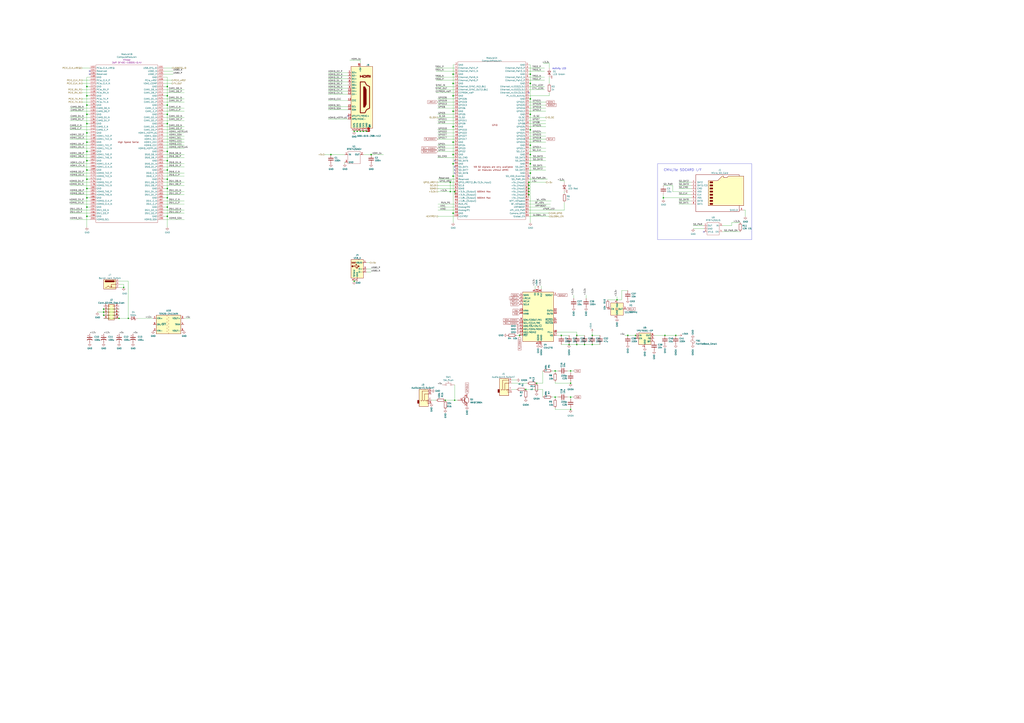
<source format=kicad_sch>
(kicad_sch (version 20230121) (generator eeschema)
  (paper "A1")
  (junction (at 486.41 275.59))
  (junction (at 435.61 142.24) (diameter 1.016))
  (junction (at 434.34 152.4) (diameter 1.016))
  (junction (at 431.8 320.04))
  (junction (at 137.414 124.46) (diameter 1.016))
  (junction (at 137.414 147.32) (diameter 1.016))
  (junction (at 480.06 283.21))
  (junction (at 473.71 283.21))
  (junction (at 71.374 139.7) (diameter 1.016))
  (junction (at 137.414 139.7) (diameter 1.016))
  (junction (at 372.11 68.58) (diameter 1.016))
  (junction (at 137.414 170.18) (diameter 1.016))
  (junction (at 372.11 78.74) (diameter 1.016))
  (junction (at 372.11 60.96) (diameter 1.016))
  (junction (at 435.61 93.98) (diameter 1.016))
  (junction (at 435.61 60.96) (diameter 1.016))
  (junction (at 372.11 175.26) (diameter 1.016))
  (junction (at 434.34 157.48) (diameter 1.016))
  (junction (at 440.69 314.96))
  (junction (at 554.99 275.59))
  (junction (at 137.414 86.36) (diameter 1.016))
  (junction (at 137.414 78.74) (diameter 1.016))
  (junction (at 101.6 236.22))
  (junction (at 295.91 107.95))
  (junction (at 372.11 144.78) (diameter 1.016))
  (junction (at 373.38 157.48) (diameter 1.016))
  (junction (at 455.93 326.39))
  (junction (at 372.11 127) (diameter 1.016))
  (junction (at 71.374 86.36) (diameter 1.016))
  (junction (at 365.76 328.93))
  (junction (at 71.374 177.8) (diameter 1.016))
  (junction (at 372.11 116.84) (diameter 1.016))
  (junction (at 486.41 283.21))
  (junction (at 461.01 275.59))
  (junction (at 369.824 157.48))
  (junction (at 373.38 328.93))
  (junction (at 71.374 109.22) (diameter 1.016))
  (junction (at 434.34 149.86) (diameter 1.016))
  (junction (at 435.61 127) (diameter 1.016))
  (junction (at 85.09 254))
  (junction (at 300.99 107.95))
  (junction (at 290.83 231.14))
  (junction (at 434.34 154.94) (diameter 1.016))
  (junction (at 546.1 275.59))
  (junction (at 71.374 101.6) (diameter 1.016))
  (junction (at 71.374 132.08) (diameter 1.016))
  (junction (at 71.374 71.12) (diameter 1.016))
  (junction (at 71.374 154.94) (diameter 1.016))
  (junction (at 97.79 261.62))
  (junction (at 304.8 127) (diameter 1.016))
  (junction (at 369.824 149.86))
  (junction (at 137.414 132.08) (diameter 1.016))
  (junction (at 71.374 93.98) (diameter 1.016))
  (junction (at 293.37 107.95))
  (junction (at 71.374 162.56) (diameter 1.016))
  (junction (at 85.09 259.08))
  (junction (at 468.63 314.96))
  (junction (at 71.374 170.18) (diameter 1.016))
  (junction (at 71.374 116.84) (diameter 1.016))
  (junction (at 71.374 78.74) (diameter 1.016))
  (junction (at 426.72 275.59))
  (junction (at 71.374 147.32) (diameter 1.016))
  (junction (at 468.63 326.39))
  (junction (at 137.414 71.12) (diameter 1.016))
  (junction (at 71.374 124.46) (diameter 1.016))
  (junction (at 455.93 304.8))
  (junction (at 137.414 177.8) (diameter 1.016))
  (junction (at 271.78 127) (diameter 1.016))
  (junction (at 544.83 162.56))
  (junction (at 372.11 134.62) (diameter 1.016))
  (junction (at 435.61 81.28) (diameter 1.016))
  (junction (at 372.11 104.14) (diameter 1.016))
  (junction (at 290.83 107.95))
  (junction (at 473.71 275.59))
  (junction (at 434.34 160.02) (diameter 1.016))
  (junction (at 137.414 93.98) (diameter 1.016))
  (junction (at 435.61 134.62) (diameter 1.016))
  (junction (at 372.11 91.44) (diameter 1.016))
  (junction (at 515.62 275.59))
  (junction (at 435.61 106.68) (diameter 1.016))
  (junction (at 435.61 119.38) (diameter 1.016))
  (junction (at 506.73 246.38))
  (junction (at 137.414 101.6) (diameter 1.016))
  (junction (at 137.414 162.56) (diameter 1.016))
  (junction (at 435.61 68.58) (diameter 1.016))
  (junction (at 137.414 154.94) (diameter 1.016))
  (junction (at 521.97 275.59))
  (junction (at 298.45 107.95))
  (junction (at 468.63 336.55))
  (junction (at 467.36 283.21))
  (junction (at 105.41 261.62))
  (junction (at 85.09 256.54))
  (junction (at 468.63 304.8))
  (no_connect (at 434.34 76.2))
  (no_connect (at 373.38 139.7))
  (no_connect (at 434.34 144.78))
  (no_connect (at 285.75 95.25))
  (no_connect (at 373.38 137.16))
  (no_connect (at 578.104 190.5))
  (no_connect (at 373.38 132.08))
  (no_connect (at 73.66 58.42))
  (no_connect (at 73.66 60.96))
  (no_connect (at 373.38 142.24))
  (wire (pts (xy 431.8 320.04) (xy 445.77 320.04)))
  (wire (pts (xy 134.62 96.52) (xy 151.384 96.52)))
  (wire (pts (xy 71.374 154.94) (xy 73.66 154.94)))
  (wire (pts (xy 463.55 148.59) (xy 459.74 148.59)))
  (wire (pts (xy 463.55 157.48) (xy 463.55 158.75)))
  (wire (pts (xy 97.79 231.14) (xy 105.41 231.14)))
  (wire (pts (xy 298.45 127) (xy 304.8 127)))
  (wire (pts (xy 445.77 320.04) (xy 445.77 326.39)))
  (wire (pts (xy 105.41 231.14) (xy 105.41 261.62)))
  (wire (pts (xy 434.34 99.06) (xy 448.31 99.06)))
  (wire (pts (xy 359.41 114.3) (xy 373.38 114.3)))
  (wire (pts (xy 359.41 129.54) (xy 373.38 129.54)))
  (wire (pts (xy 435.61 119.38) (xy 435.61 127)))
  (wire (pts (xy 359.41 99.06) (xy 373.38 99.06)))
  (wire (pts (xy 354.33 328.93) (xy 358.14 328.93)))
  (wire (pts (xy 455.93 313.69) (xy 455.93 314.96)))
  (wire (pts (xy 434.34 78.74) (xy 451.104 78.74)))
  (wire (pts (xy 71.374 162.56) (xy 73.66 162.56)))
  (wire (pts (xy 71.374 71.12) (xy 73.66 71.12)))
  (wire (pts (xy 358.14 55.88) (xy 373.38 55.88)))
  (wire (pts (xy 372.11 144.78) (xy 373.38 144.78)))
  (wire (pts (xy 71.374 86.36) (xy 71.374 93.98)))
  (wire (pts (xy 544.83 162.56) (xy 567.69 162.56)))
  (wire (pts (xy 358.14 63.5) (xy 373.38 63.5)))
  (wire (pts (xy 151.13 261.62) (xy 156.21 261.62)))
  (wire (pts (xy 134.62 180.34) (xy 151.384 180.34)))
  (wire (pts (xy 151.384 149.86) (xy 134.62 149.86)))
  (wire (pts (xy 359.41 88.9) (xy 373.38 88.9)))
  (wire (pts (xy 57.404 127) (xy 73.66 127)))
  (wire (pts (xy 290.83 107.95) (xy 293.37 107.95)))
  (wire (pts (xy 457.2 275.59) (xy 461.01 275.59)))
  (wire (pts (xy 303.53 215.9) (xy 300.99 215.9)))
  (wire (pts (xy 134.62 60.96) (xy 142.24 60.96)))
  (wire (pts (xy 151.384 76.2) (xy 134.62 76.2)))
  (wire (pts (xy 369.824 157.48) (xy 373.38 157.48)))
  (wire (pts (xy 295.91 107.95) (xy 298.45 107.95)))
  (wire (pts (xy 71.374 93.98) (xy 73.66 93.98)))
  (wire (pts (xy 269.494 74.93) (xy 285.75 74.93)))
  (wire (pts (xy 300.99 107.95) (xy 303.53 107.95)))
  (wire (pts (xy 434.34 157.48) (xy 434.34 160.02)))
  (wire (pts (xy 269.494 69.85) (xy 285.75 69.85)))
  (wire (pts (xy 434.34 111.76) (xy 448.31 111.76)))
  (wire (pts (xy 271.78 127) (xy 283.21 127)))
  (wire (pts (xy 444.5 234.95) (xy 444.5 237.49)))
  (wire (pts (xy 269.494 82.55) (xy 285.75 82.55)))
  (wire (pts (xy 57.404 114.3) (xy 73.66 114.3)))
  (wire (pts (xy 57.404 119.38) (xy 73.66 119.38)))
  (wire (pts (xy 372.11 91.44) (xy 372.11 104.14)))
  (wire (pts (xy 435.61 134.62) (xy 435.61 142.24)))
  (wire (pts (xy 434.34 170.18) (xy 452.12 170.18)))
  (wire (pts (xy 473.71 275.59) (xy 480.06 275.59)))
  (wire (pts (xy 463.55 149.86) (xy 463.55 148.59)))
  (wire (pts (xy 515.62 275.59) (xy 521.97 275.59)))
  (wire (pts (xy 151.384 73.66) (xy 134.62 73.66)))
  (wire (pts (xy 71.374 147.32) (xy 73.66 147.32)))
  (wire (pts (xy 434.34 119.38) (xy 435.61 119.38)))
  (wire (pts (xy 73.66 152.4) (xy 57.404 152.4)))
  (wire (pts (xy 546.1 275.59) (xy 554.99 275.59)))
  (wire (pts (xy 71.374 162.56) (xy 71.374 170.18)))
  (wire (pts (xy 448.31 129.54) (xy 434.34 129.54)))
  (wire (pts (xy 434.34 154.94) (xy 434.34 157.48)))
  (wire (pts (xy 57.404 172.72) (xy 73.66 172.72)))
  (wire (pts (xy 451.104 78.74) (xy 451.104 76.2)))
  (wire (pts (xy 455.93 335.28) (xy 455.93 336.55)))
  (wire (pts (xy 151.384 81.28) (xy 134.62 81.28)))
  (wire (pts (xy 434.34 104.14) (xy 448.31 104.14)))
  (wire (pts (xy 593.344 185.42) (xy 600.964 185.42)))
  (wire (pts (xy 372.11 134.62) (xy 373.38 134.62)))
  (wire (pts (xy 434.34 132.08) (xy 448.31 132.08)))
  (wire (pts (xy 434.34 83.82) (xy 448.31 83.82)))
  (wire (pts (xy 434.34 142.24) (xy 435.61 142.24)))
  (wire (pts (xy 57.404 157.48) (xy 73.66 157.48)))
  (wire (pts (xy 434.34 106.68) (xy 435.61 106.68)))
  (wire (pts (xy 71.374 101.6) (xy 73.66 101.6)))
  (wire (pts (xy 269.494 67.31) (xy 285.75 67.31)))
  (wire (pts (xy 424.18 320.04) (xy 420.37 320.04)))
  (wire (pts (xy 451.104 63.5) (xy 451.104 68.58)))
  (wire (pts (xy 557.53 165.1) (xy 567.69 165.1)))
  (wire (pts (xy 434.34 60.96) (xy 435.61 60.96)))
  (wire (pts (xy 446.024 52.07) (xy 451.104 52.07)))
  (wire (pts (xy 137.414 162.56) (xy 137.414 170.18)))
  (wire (pts (xy 434.34 175.26) (xy 450.85 175.26)))
  (wire (pts (xy 71.374 71.12) (xy 71.374 78.74)))
  (wire (pts (xy 434.34 53.34) (xy 435.61 53.34)))
  (wire (pts (xy 73.66 149.86) (xy 57.404 149.86)))
  (wire (pts (xy 134.62 170.18) (xy 137.414 170.18)))
  (wire (pts (xy 373.38 53.34) (xy 372.11 53.34)))
  (wire (pts (xy 434.34 58.42) (xy 447.294 58.42)))
  (wire (pts (xy 57.404 111.76) (xy 73.66 111.76)))
  (wire (pts (xy 283.21 133.35) (xy 283.21 134.62)))
  (wire (pts (xy 71.374 93.98) (xy 71.374 101.6)))
  (wire (pts (xy 113.03 261.62) (xy 125.73 261.62)))
  (wire (pts (xy 359.41 119.38) (xy 373.38 119.38)))
  (wire (pts (xy 600.964 182.88) (xy 600.964 185.42)))
  (wire (pts (xy 473.71 283.21) (xy 480.06 283.21)))
  (wire (pts (xy 612.14 172.72) (xy 610.87 172.72)))
  (wire (pts (xy 435.61 81.28) (xy 435.61 93.98)))
  (wire (pts (xy 434.34 96.52) (xy 448.31 96.52)))
  (wire (pts (xy 486.41 275.59) (xy 492.76 275.59)))
  (wire (pts (xy 434.34 71.12) (xy 447.294 71.12)))
  (wire (pts (xy 57.404 106.68) (xy 73.66 106.68)))
  (wire (pts (xy 435.61 68.58) (xy 435.61 81.28)))
  (wire (pts (xy 137.414 78.74) (xy 137.414 71.12)))
  (wire (pts (xy 435.61 142.24) (xy 435.61 182.88)))
  (wire (pts (xy 57.404 121.92) (xy 73.66 121.92)))
  (wire (pts (xy 461.01 283.21) (xy 467.36 283.21)))
  (wire (pts (xy 458.47 304.8) (xy 455.93 304.8)))
  (wire (pts (xy 71.374 124.46) (xy 73.66 124.46)))
  (wire (pts (xy 137.414 86.36) (xy 137.414 78.74)))
  (wire (pts (xy 593.344 190.5) (xy 607.949 190.5)))
  (wire (pts (xy 134.62 167.64) (xy 151.384 167.64)))
  (wire (pts (xy 80.01 256.54) (xy 85.09 256.54)))
  (wire (pts (xy 137.414 154.94) (xy 137.414 162.56)))
  (wire (pts (xy 137.414 71.12) (xy 137.414 63.5)))
  (wire (pts (xy 71.374 116.84) (xy 71.374 124.46)))
  (wire (pts (xy 435.61 60.96) (xy 435.61 68.58)))
  (wire (pts (xy 73.66 73.66) (xy 67.564 73.66)))
  (wire (pts (xy 137.414 139.7) (xy 137.414 147.32)))
  (wire (pts (xy 137.414 124.46) (xy 137.414 132.08)))
  (wire (pts (xy 466.09 304.8) (xy 468.63 304.8)))
  (wire (pts (xy 151.384 152.4) (xy 134.62 152.4)))
  (wire (pts (xy 134.62 144.78) (xy 151.384 144.78)))
  (wire (pts (xy 468.63 304.8) (xy 471.17 304.8)))
  (wire (pts (xy 134.62 114.3) (xy 151.384 114.3)))
  (wire (pts (xy 359.41 86.36) (xy 373.38 86.36)))
  (wire (pts (xy 134.62 101.6) (xy 137.414 101.6)))
  (wire (pts (xy 434.34 91.44) (xy 448.31 91.44)))
  (wire (pts (xy 134.62 68.58) (xy 141.224 68.58)))
  (wire (pts (xy 359.41 149.86) (xy 369.824 149.86)))
  (wire (pts (xy 434.34 93.98) (xy 435.61 93.98)))
  (wire (pts (xy 358.14 76.2) (xy 373.38 76.2)))
  (wire (pts (xy 134.62 88.9) (xy 151.384 88.9)))
  (wire (pts (xy 434.34 114.3) (xy 448.31 114.3)))
  (wire (pts (xy 359.41 96.52) (xy 373.38 96.52)))
  (wire (pts (xy 101.6 233.68) (xy 101.6 236.22)))
  (wire (pts (xy 420.37 312.42) (xy 424.18 312.42)))
  (wire (pts (xy 134.62 162.56) (xy 137.414 162.56)))
  (wire (pts (xy 510.54 238.76) (xy 510.54 246.38)))
  (polyline (pts (xy 540.004 196.85) (xy 540.004 134.62)) (stroke (width 0) (type solid)))
  (wire (pts (xy 468.63 326.39) (xy 471.17 326.39)))
  (wire (pts (xy 137.414 101.6) (xy 137.414 124.46)))
  (wire (pts (xy 372.11 53.34) (xy 372.11 60.96)))
  (wire (pts (xy 358.14 71.12) (xy 373.38 71.12)))
  (wire (pts (xy 101.6 233.68) (xy 97.79 233.68)))
  (wire (pts (xy 71.374 139.7) (xy 73.66 139.7)))
  (wire (pts (xy 373.38 328.93) (xy 375.92 328.93)))
  (wire (pts (xy 486.41 273.05) (xy 486.41 275.59)))
  (wire (pts (xy 134.62 165.1) (xy 151.384 165.1)))
  (wire (pts (xy 369.824 149.86) (xy 373.38 149.86)))
  (wire (pts (xy 468.63 304.8) (xy 468.63 306.07)))
  (wire (pts (xy 71.374 109.22) (xy 71.374 116.84)))
  (wire (pts (xy 480.06 283.21) (xy 486.41 283.21)))
  (wire (pts (xy 151.384 83.82) (xy 134.62 83.82)))
  (wire (pts (xy 57.404 144.78) (xy 73.66 144.78)))
  (wire (pts (xy 71.374 116.84) (xy 73.66 116.84)))
  (wire (pts (xy 552.45 157.48) (xy 567.69 157.48)))
  (wire (pts (xy 359.41 81.28) (xy 373.38 81.28)))
  (wire (pts (xy 134.62 121.92) (xy 151.384 121.92)))
  (wire (pts (xy 426.72 275.59) (xy 426.72 276.86)))
  (wire (pts (xy 269.494 77.47) (xy 285.75 77.47)))
  (wire (pts (xy 486.41 283.21) (xy 492.76 283.21)))
  (wire (pts (xy 372.11 116.84) (xy 372.11 127)))
  (wire (pts (xy 97.79 261.62) (xy 105.41 261.62)))
  (wire (pts (xy 151.384 106.68) (xy 134.62 106.68)))
  (wire (pts (xy 521.97 275.59) (xy 521.97 278.13)))
  (wire (pts (xy 359.664 170.18) (xy 373.38 170.18)))
  (wire (pts (xy 434.34 177.8) (xy 450.85 177.8)))
  (wire (pts (xy 434.34 121.92) (xy 448.31 121.92)))
  (wire (pts (xy 359.41 106.68) (xy 373.38 106.68)))
  (wire (pts (xy 440.69 314.96) (xy 445.77 314.96)))
  (wire (pts (xy 85.09 256.54) (xy 85.09 259.08)))
  (wire (pts (xy 359.664 167.64) (xy 373.38 167.64)))
  (wire (pts (xy 298.45 107.95) (xy 300.99 107.95)))
  (wire (pts (xy 151.384 127) (xy 134.62 127)))
  (wire (pts (xy 372.11 104.14) (xy 373.38 104.14)))
  (wire (pts (xy 451.104 55.88) (xy 451.104 52.07)))
  (wire (pts (xy 434.34 147.32) (xy 449.58 147.32)))
  (wire (pts (xy 134.62 91.44) (xy 151.384 91.44)))
  (wire (pts (xy 578.104 185.42) (xy 569.214 185.42)))
  (wire (pts (xy 434.34 68.58) (xy 435.61 68.58)))
  (wire (pts (xy 57.404 175.26) (xy 73.66 175.26)))
  (polyline (pts (xy 617.474 196.85) (xy 540.004 196.85)) (stroke (width 0) (type solid)))
  (wire (pts (xy 466.09 326.39) (xy 468.63 326.39)))
  (wire (pts (xy 434.34 66.04) (xy 447.294 66.04)))
  (wire (pts (xy 554.99 275.59) (xy 557.53 275.59)))
  (wire (pts (xy 372.11 78.74) (xy 373.38 78.74)))
  (wire (pts (xy 557.53 167.64) (xy 567.69 167.64)))
  (wire (pts (xy 71.374 177.8) (xy 71.374 186.69)))
  (wire (pts (xy 358.14 66.04) (xy 373.38 66.04)))
  (wire (pts (xy 544.83 162.56) (xy 544.83 163.83)))
  (wire (pts (xy 137.414 63.5) (xy 134.62 63.5)))
  (wire (pts (xy 424.18 275.59) (xy 426.72 275.59)))
  (wire (pts (xy 513.08 275.59) (xy 515.62 275.59)))
  (wire (pts (xy 434.34 160.02) (xy 434.34 162.56)))
  (wire (pts (xy 67.564 55.88) (xy 73.66 55.88)))
  (wire (pts (xy 73.66 170.18) (xy 71.374 170.18)))
  (wire (pts (xy 269.494 64.77) (xy 285.75 64.77)))
  (wire (pts (xy 359.664 172.72) (xy 373.38 172.72)))
  (wire (pts (xy 612.14 177.8) (xy 612.14 172.72)))
  (wire (pts (xy 468.63 314.96) (xy 468.63 313.69)))
  (wire (pts (xy 468.63 336.55) (xy 468.63 335.28)))
  (wire (pts (xy 134.62 99.06) (xy 151.384 99.06)))
  (wire (pts (xy 373.38 60.96) (xy 372.11 60.96)))
  (wire (pts (xy 455.93 336.55) (xy 468.63 336.55)))
  (wire (pts (xy 134.62 124.46) (xy 137.414 124.46)))
  (wire (pts (xy 269.494 62.23) (xy 285.75 62.23)))
  (wire (pts (xy 71.374 132.08) (xy 71.374 139.7)))
  (wire (pts (xy 435.61 93.98) (xy 435.61 106.68)))
  (wire (pts (xy 607.949 182.88) (xy 600.964 182.88)))
  (wire (pts (xy 73.66 137.16) (xy 57.404 137.16)))
  (wire (pts (xy 137.414 101.6) (xy 137.414 93.98)))
  (wire (pts (xy 85.09 261.62) (xy 97.79 261.62)))
  (wire (pts (xy 420.37 314.96) (xy 433.07 314.96)))
  (wire (pts (xy 359.41 121.92) (xy 373.38 121.92)))
  (wire (pts (xy 71.374 86.36) (xy 73.66 86.36)))
  (wire (pts (xy 365.76 328.93) (xy 373.38 328.93)))
  (wire (pts (xy 463.55 166.37) (xy 463.55 172.72)))
  (wire (pts (xy 57.404 142.24) (xy 73.66 142.24)))
  (wire (pts (xy 293.37 107.95) (xy 295.91 107.95)))
  (wire (pts (xy 134.62 66.04) (xy 141.224 66.04)))
  (wire (pts (xy 434.34 86.36) (xy 448.31 86.36)))
  (wire (pts (xy 73.66 167.64) (xy 57.404 167.64)))
  (wire (pts (xy 372.11 104.14) (xy 372.11 116.84)))
  (wire (pts (xy 134.62 147.32) (xy 137.414 147.32)))
  (wire (pts (xy 269.494 72.39) (xy 285.75 72.39)))
  (wire (pts (xy 434.34 73.66) (xy 447.294 73.66)))
  (wire (pts (xy 134.62 175.26) (xy 151.384 175.26)))
  (wire (pts (xy 359.41 111.76) (xy 373.38 111.76)))
  (wire (pts (xy 372.11 68.58) (xy 372.11 78.74)))
  (wire (pts (xy 372.11 116.84) (xy 373.38 116.84)))
  (polyline (pts (xy 617.474 134.62) (xy 617.474 196.85)) (stroke (width 0) (type solid)))
  (wire (pts (xy 134.62 58.42) (xy 142.24 58.42)))
  (wire (pts (xy 304.8 223.52) (xy 300.99 223.52)))
  (wire (pts (xy 137.414 147.32) (xy 137.414 154.94)))
  (wire (pts (xy 295.91 49.53) (xy 295.91 52.07)))
  (wire (pts (xy 71.374 147.32) (xy 71.374 154.94)))
  (wire (pts (xy 304.8 127) (xy 314.96 127)))
  (wire (pts (xy 151.384 104.14) (xy 134.62 104.14)))
  (wire (pts (xy 499.11 246.38) (xy 506.73 246.38)))
  (wire (pts (xy 71.374 170.18) (xy 71.374 177.8)))
  (wire (pts (xy 457.2 273.05) (xy 473.71 273.05)))
  (wire (pts (xy 304.8 220.98) (xy 300.99 220.98)))
  (wire (pts (xy 137.414 177.8) (xy 137.414 186.69)))
  (wire (pts (xy 134.62 142.24) (xy 151.384 142.24)))
  (wire (pts (xy 453.39 326.39) (xy 455.93 326.39)))
  (wire (pts (xy 266.7 127) (xy 271.78 127)))
  (wire (pts (xy 359.41 93.98) (xy 373.38 93.98)))
  (wire (pts (xy 67.564 83.82) (xy 73.66 83.82)))
  (wire (pts (xy 134.62 109.22) (xy 151.384 109.22)))
  (wire (pts (xy 134.62 78.74) (xy 137.414 78.74)))
  (wire (pts (xy 435.61 53.34) (xy 435.61 60.96)))
  (wire (pts (xy 73.66 91.44) (xy 57.404 91.44)))
  (wire (pts (xy 544.83 152.4) (xy 552.45 152.4)))
  (wire (pts (xy 137.414 170.18) (xy 137.414 177.8)))
  (wire (pts (xy 358.14 58.42) (xy 373.38 58.42)))
  (wire (pts (xy 359.41 177.8) (xy 373.38 177.8)))
  (wire (pts (xy 373.38 68.58) (xy 372.11 68.58)))
  (wire (pts (xy 372.11 134.62) (xy 372.11 144.78)))
  (wire (pts (xy 434.34 81.28) (xy 435.61 81.28)))
  (wire (pts (xy 468.63 326.39) (xy 468.63 327.66)))
  (wire (pts (xy 372.11 144.78) (xy 372.11 175.26)))
  (wire (pts (xy 359.41 124.46) (xy 373.38 124.46)))
  (wire (pts (xy 445.77 304.8) (xy 445.77 314.96)))
  (wire (pts (xy 71.374 124.46) (xy 71.374 132.08)))
  (wire (pts (xy 552.45 157.48) (xy 552.45 152.4)))
  (wire (pts (xy 71.374 101.6) (xy 71.374 109.22)))
  (wire (pts (xy 510.54 246.38) (xy 506.73 246.38)))
  (wire (pts (xy 359.8672 147.32) (xy 373.38 147.32)))
  (wire (pts (xy 134.62 116.84) (xy 151.384 116.84)))
  (wire (pts (xy 434.34 63.5) (xy 447.294 63.5)))
  (wire (pts (xy 71.374 63.5) (xy 71.374 71.12)))
  (wire (pts (xy 71.374 132.08) (xy 73.66 132.08)))
  (wire (pts (xy 358.14 73.66) (xy 373.38 73.66)))
  (wire (pts (xy 57.404 129.54) (xy 73.66 129.54)))
  (wire (pts (xy 269.494 90.17) (xy 285.75 90.17)))
  (wire (pts (xy 85.09 254) (xy 85.09 256.54)))
  (wire (pts (xy 434.34 149.86) (xy 448.31 149.86)))
  (wire (pts (xy 455.93 314.96) (xy 468.63 314.96)))
  (wire (pts (xy 134.62 71.12) (xy 137.414 71.12)))
  (wire (pts (xy 101.6 236.22) (xy 97.79 236.22)))
  (wire (pts (xy 359.41 83.82) (xy 373.38 83.82)))
  (wire (pts (xy 134.62 86.36) (xy 137.414 86.36)))
  (wire (pts (xy 373.38 175.26) (xy 372.11 175.26)))
  (wire (pts (xy 439.42 234.95) (xy 439.42 237.49)))
  (wire (pts (xy 372.11 127) (xy 372.11 134.62)))
  (wire (pts (xy 71.374 78.74) (xy 71.374 86.36)))
  (wire (pts (xy 372.11 127) (xy 373.38 127)))
  (wire (pts (xy 134.62 154.94) (xy 137.414 154.94)))
  (wire (pts (xy 372.11 91.44) (xy 373.38 91.44)))
  (wire (pts (xy 434.34 152.4) (xy 434.34 154.94)))
  (wire (pts (xy 57.404 180.34) (xy 73.66 180.34)))
  (wire (pts (xy 71.374 109.22) (xy 73.66 109.22)))
  (wire (pts (xy 85.09 254) (xy 97.79 254)))
  (wire (pts (xy 557.53 160.02) (xy 567.69 160.02)))
  (wire (pts (xy 73.66 165.1) (xy 57.404 165.1)))
  (wire (pts (xy 287.274 49.53) (xy 295.91 49.53)))
  (wire (pts (xy 434.34 167.64) (xy 452.12 167.64)))
  (wire (pts (xy 359.41 101.6) (xy 373.38 101.6)))
  (wire (pts (xy 557.53 152.4) (xy 567.69 152.4)))
  (wire (pts (xy 85.09 259.08) (xy 97.79 259.08)))
  (wire (pts (xy 269.494 97.79) (xy 285.75 97.79)))
  (wire (pts (xy 151.384 160.02) (xy 134.62 160.02)))
  (wire (pts (xy 434.34 172.72) (xy 463.55 172.72)))
  (wire (pts (xy 137.414 132.08) (xy 137.414 139.7)))
  (wire (pts (xy 372.11 60.96) (xy 372.11 68.58)))
  (wire (pts (xy 134.62 119.38) (xy 151.384 119.38)))
  (wire (pts (xy 134.62 172.72) (xy 151.384 172.72)))
  (wire (pts (xy 557.53 149.86) (xy 567.69 149.86)))
  (wire (pts (xy 73.66 177.8) (xy 71.374 177.8)))
  (wire (pts (xy 57.404 104.14) (xy 73.66 104.14)))
  (wire (pts (xy 134.62 93.98) (xy 137.414 93.98)))
  (wire (pts (xy 471.17 242.57) (xy 471.17 245.11)))
  (wire (pts (xy 372.11 78.74) (xy 372.11 91.44)))
  (wire (pts (xy 467.36 283.21) (xy 473.71 283.21)))
  (wire (pts (xy 434.34 55.88) (xy 447.294 55.88)))
  (wire (pts (xy 151.384 129.54) (xy 134.62 129.54)))
  (wire (pts (xy 434.34 109.22) (xy 448.31 109.22)))
  (wire (pts (xy 369.824 149.86) (xy 369.824 157.48)))
  (wire (pts (xy 73.66 134.62) (xy 57.404 134.62)))
  (wire (pts (xy 453.39 304.8) (xy 455.93 304.8)))
  (wire (pts (xy 458.47 326.39) (xy 455.93 326.39)))
  (wire (pts (xy 435.61 127) (xy 435.61 134.62)))
  (wire (pts (xy 269.494 87.63) (xy 285.75 87.63)))
  (wire (pts (xy 151.384 157.48) (xy 134.62 157.48)))
  (wire (pts (xy 434.34 134.62) (xy 435.61 134.62)))
  (wire (pts (xy 67.564 81.28) (xy 73.66 81.28)))
  (wire (pts (xy 461.01 275.59) (xy 467.36 275.59)))
  (wire (pts (xy 435.61 106.68) (xy 435.61 119.38)))
  (wire (pts (xy 359.41 152.4) (xy 373.38 152.4)))
  (wire (pts (xy 359.41 154.94) (xy 373.38 154.94)))
  (wire (pts (xy 455.93 304.8) (xy 455.93 306.07)))
  (wire (pts (xy 537.21 275.59) (xy 546.1 275.59)))
  (wire (pts (xy 57.404 160.02) (xy 73.66 160.02)))
  (wire (pts (xy 141.224 55.88) (xy 134.62 55.88)))
  (wire (pts (xy 73.66 63.5) (xy 71.374 63.5)))
  (wire (pts (xy 578.104 187.96) (xy 569.214 187.96)))
  (wire (pts (xy 544.83 160.02) (xy 544.83 162.56)))
  (wire (pts (xy 134.62 137.16) (xy 151.384 137.16)))
  (wire (pts (xy 506.73 243.84) (xy 506.73 246.38)))
  (wire (pts (xy 134.62 134.62) (xy 151.384 134.62)))
  (wire (pts (xy 373.38 316.23) (xy 373.38 328.93)))
  (wire (pts (xy 455.93 326.39) (xy 455.93 327.66)))
  (wire (pts (xy 434.34 101.6) (xy 448.31 101.6)))
  (wire (pts (xy 73.66 99.06) (xy 57.404 99.06)))
  (wire (pts (xy 434.34 127) (xy 435.61 127)))
  (wire (pts (xy 359.41 157.48) (xy 369.824 157.48)))
  (wire (pts (xy 67.564 66.04) (xy 73.66 66.04)))
  (polyline (pts (xy 540.004 134.62) (xy 617.474 134.62)) (stroke (width 0) (type solid)))
  (wire (pts (xy 373.38 160.02) (xy 373.38 157.48)))
  (wire (pts (xy 481.33 242.57) (xy 481.33 245.11)))
  (wire (pts (xy 71.374 139.7) (xy 71.374 147.32)))
  (wire (pts (xy 73.66 88.9) (xy 57.404 88.9)))
  (wire (pts (xy 73.66 96.52) (xy 57.404 96.52)))
  (wire (pts (xy 67.564 68.58) (xy 73.66 68.58)))
  (wire (pts (xy 85.09 256.54) (xy 97.79 256.54)))
  (wire (pts (xy 134.62 177.8) (xy 137.414 177.8)))
  (wire (pts (xy 134.62 139.7) (xy 137.414 139.7)))
  (wire (pts (xy 73.66 76.2) (xy 67.564 76.2)))
  (wire (pts (xy 515.62 238.76) (xy 510.54 238.76)))
  (wire (pts (xy 557.53 154.94) (xy 567.69 154.94)))
  (wire (pts (xy 434.34 165.1) (xy 452.755 165.1)))
  (wire (pts (xy 434.34 149.86) (xy 434.34 152.4)))
  (wire (pts (xy 137.414 93.98) (xy 137.414 86.36)))
  (wire (pts (xy 269.494 59.69) (xy 285.75 59.69)))
  (wire (pts (xy 448.31 124.46) (xy 434.34 124.46)))
  (wire (pts (xy 359.41 109.22) (xy 373.38 109.22)))
  (wire (pts (xy 473.71 273.05) (xy 473.71 275.59)))
  (wire (pts (xy 434.34 88.9) (xy 448.31 88.9)))
  (wire (pts (xy 372.11 175.26) (xy 372.11 182.88)))
  (wire (pts (xy 448.31 137.16) (xy 434.34 137.16)))
  (wire (pts (xy 71.374 154.94) (xy 71.374 162.56)))
  (wire (pts (xy 134.62 111.76) (xy 151.384 111.76)))
  (wire (pts (xy 434.34 116.84) (xy 448.31 116.84)))
  (wire (pts (xy 434.34 139.7) (xy 448.31 139.7)))
  (wire (pts (xy 134.62 132.08) (xy 137.414 132.08)))
  (wire (pts (xy 71.374 78.74) (xy 73.66 78.74)))
  (wire (pts (xy 290.83 231.14) (xy 293.37 231.14)))
  (text "Activity LED" (at 453.644 57.15 0) (effects (font (size 1.27 1.27)) (justify left bottom)))
  (text "CM4Lite SDCARD I/F" (at 545.084 140.97 0) (effects (font (size 2.007 2.007)) (justify left bottom)))
  (label "EEPROM_nWP" (at 370.332 76.2 180))
  (label "AIN0" (at 366.014 172.72 180))
  (label "HDMI0_D0_N" (at 57.404 160.02 0))
  (label "TRD1_P" (at 364.49 55.88 180))
  (label "GPIO8" (at 443.23 101.6 180))
  (label "CAM0_C_N" (at 57.404 104.14 0))
  (label "GPIO10" (at 367.03 106.68 180))
  (label "SD_PWR_ON" (at 594.614 190.5 0))
  (label "HDMI0_CEC" (at 269.494 82.55 0))
  (label "DSI0_D0_P" (at 148.844 129.54 180))
  (label "DSI1_D1_N" (at 148.844 157.48 180))
  (label "CAM1_D3_N" (at 149.479 104.14 180))
  (label "HDMI1_D1_P" (at 57.404 119.38 0))
  (label "ETH_LEDY" (at 437.134 71.12 0))
  (label "SD_CMD" (at 367.03 129.54 180))
  (label "TRD1_N" (at 364.49 58.42 180))
  (label "GPIO27" (at 367.03 111.76 180))
  (label "HDMI0_CK_N" (at 269.494 77.47 0))
  (label "GPIO24" (at 444.5 109.22 180))
  (label "HDMI1_D1_N" (at 57.404 121.92 0))
  (label "SD_CLK" (at 444.5 124.46 180))
  (label "ETH_LEDG" (at 437.134 73.66 0))
  (label "HDMI0_D0_N" (at 269.494 72.39 0))
  (label "DSI1_D3_N" (at 57.404 172.72 0))
  (label "+5v" (at 363.22 316.23 180))
  (label "+3.3v" (at 439.42 234.95 90))
  (label "BT_nDis" (at 446.8876 167.64 180))
  (label "CAM1_D0_P" (at 149.479 76.2 180))
  (label "DSI1_D1_P" (at 148.844 160.02 180))
  (label "GPIO3" (at 365.76 121.92 180))
  (label "HDMI0_SCL" (at 57.404 180.34 0))
  (label "+5v" (at 156.21 261.62 180))
  (label "HDMI0_D1_P" (at 269.494 64.77 0))
  (label "+12v" (at 119.38 261.62 0))
  (label "HDMI1_CK_P" (at 69.469 134.62 180))
  (label "GPIO2" (at 365.76 124.46 180))
  (label "GPIO5" (at 365.76 93.98 180))
  (label "DSI1_D2_N" (at 138.684 172.72 0))
  (label "GPIO26" (at 367.03 81.28 180))
  (label "HDMI_5v" (at 288.544 49.53 0))
  (label "+5v" (at 97.79 274.32 0))
  (label "SD_DAT1" (at 445.77 137.16 180))
  (label "HDMI0_D2_N" (at 269.494 62.23 0))
  (label "USBD_N" (at 304.8 223.52 0))
  (label "GPIO21" (at 444.5 83.82 180))
  (label "HDMI0_D1_P" (at 68.834 149.86 180))
  (label "ID_SC" (at 443.23 96.52 180))
  (label "CAM1_D0_N" (at 149.479 73.66 180))
  (label "HDMI0_SDA" (at 138.684 180.34 0))
  (label "HDMI1_D2_N" (at 57.404 114.3 0))
  (label "CAM1_D2_N" (at 138.684 96.52 0))
  (label "SD_DAT1" (at 557.53 167.64 0))
  (label "HDMI0_HOTPLUG" (at 138.684 121.92 0))
  (label "+12v" (at 73.66 274.32 0))
  (label "DSI0_C_P" (at 138.684 144.78 0))
  (label "DSI1_D2_P" (at 138.684 175.26 0))
  (label "HDMI0_D1_N" (at 68.834 152.4 180))
  (label "HDMI0_D0_P" (at 57.404 157.48 0))
  (label "GPIO19" (at 367.03 83.82 180))
  (label "+3.3v" (at 451.104 52.07 180))
  (label "TRD0_N" (at 364.49 63.5 180))
  (label "GPIO14" (at 444.5 121.92 180))
  (label "DSI1_C_P" (at 138.684 167.64 0))
  (label "CAM0_D0_N" (at 68.834 88.9 180))
  (label "Reserved" (at 368.935 147.32 180))
  (label "HDMI0_SCL" (at 269.494 87.63 0))
  (label "CAM1_C_P" (at 138.684 91.44 0))
  (label "DSI1_D0_P" (at 148.844 152.4 180))
  (label "USBD_N" (at 142.24 58.42 0))
  (label "HDMI0_CK_P" (at 68.834 165.1 180))
  (label "SD_DAT2" (at 445.77 139.7 180))
  (label "HDMI0_CK_N" (at 68.834 167.64 180))
  (label "GPIO15" (at 444.5 116.84 180))
  (label "DSI0_C_N" (at 138.684 142.24 0))
  (label "SD_CLK" (at 557.53 160.02 0))
  (label "GPIO9" (at 365.76 101.6 180))
  (label "GPIO20" (at 444.5 86.36 180))
  (label "+3.3v" (at 367.284 157.48 180))
  (label "nPWR_LED" (at 445.77 172.72 0))
  (label "CAM1_D1_P" (at 149.479 83.82 180))
  (label "GPIO23" (at 444.5 111.76 180))
  (label "HDMI0_D0_P" (at 269.494 69.85 0))
  (label "DSI0_D1_N" (at 138.684 134.62 0))
  (label "CAM1_D2_P" (at 138.684 99.06 0))
  (label "+5v" (at 513.08 275.59 180))
  (label "TRD0_P" (at 364.49 66.04 180))
  (label "+3.3v" (at 607.949 182.88 180))
  (label "HDMI0_SDA" (at 269.494 90.17 0))
  (label "GPIO_VREF" (at 360.934 149.86 0))
  (label "ID_SD" (at 365.76 96.52 180))
  (label "AIN1" (at 366.014 170.18 180))
  (label "HDMI1_D0_P" (at 57.404 127 0))
  (label "DSI1_D0_N" (at 148.844 149.86 180))
  (label "SD_PWR" (at 569.214 185.42 0))
  (label "SD_DAT0" (at 557.53 165.1 0))
  (label "GPIO7" (at 443.23 99.06 180))
  (label "GPIO6" (at 365.76 88.9 180))
  (label "WL_nDis" (at 448.31 165.1 180))
  (label "CAM1_C_N" (at 138.684 88.9 0))
  (label "DSI1_C_N" (at 138.684 165.1 0))
  (label "+12v" (at 85.09 274.32 0))
  (label "GPIO22" (at 367.03 109.22 180))
  (label "CAM1_D3_P" (at 149.479 106.68 180))
  (label "HDMI0_D1_N" (at 269.494 67.31 0))
  (label "SYNC_OUT" (at 367.284 73.66 180))
  (label "GPIO25" (at 444.5 104.14 180))
  (label "DSI0_D0_N" (at 148.844 127 180))
  (label "GPIO11" (at 367.03 99.06 180))
  (label "HDMI0_CEC" (at 138.684 119.38 0))
  (label "HDMI1_SCL" (at 138.684 114.3 0))
  (label "HDMI0_D2_P" (at 269.494 59.69 0))
  (label "CAM1_D1_N" (at 149.479 81.28 180))
  (label "TRD2_P" (at 437.134 66.04 0))
  (label "TRD3_P" (at 437.134 55.88 0))
  (label "+3.3v" (at 471.17 242.57 90))
  (label "HDMI1_CK_N" (at 69.469 137.16 180))
  (label "+5v" (at 109.22 274.32 0))
  (label "CAM0_D1_N" (at 68.834 96.52 180))
  (label "HDMI1_D2_P" (at 57.404 111.76 0))
  (label "GPIO12" (at 444.5 91.44 180))
  (label "SD_PWR_ON" (at 436.88 147.32 0))
  (label "SD_DAT3" (at 557.53 152.4 0))
  (label "GLOBAL_EN" (at 448.31 177.8 180))
  (label "TRD2_N" (at 437.134 63.5 0))
  (label "HDMI_5v" (at 313.69 127 180))
  (label "TRD3_N" (at 437.134 58.42 0))
  (label "GPIO16" (at 444.5 88.9 180))
  (label "DSI1_D3_P" (at 57.404 175.26 0))
  (label "HDMI1_D0_N" (at 57.404 129.54 0))
  (label "HDMI0_HOTPLUG" (at 269.494 97.79 0))
  (label "RUN_PG" (at 369.824 167.64 180))
  (label "SD_PWR" (at 544.83 152.4 0))
  (label "SD_DAT0" (at 445.77 132.08 180))
  (label "HDMI0_D2_N" (at 57.404 144.78 0))
  (label "SYNC_IN" (at 365.76 71.12 180))
  (label "HDMI1_SDA" (at 138.684 111.76 0))
  (label "CAM0_D1_P" (at 68.834 99.06 180))
  (label "SD_DAT3" (at 445.77 129.54 180))
  (label "HDMI1_HOTPLUG" (at 138.684 109.22 0))
  (label "+3.3v" (at 506.73 243.84 90))
  (label "nRPIBOOT" (at 448.7672 170.18 180))
  (label "HDMI0_D2_P" (at 57.404 142.24 0))
  (label "+5v" (at 440.69 149.86 180))
  (label "+3.3v" (at 481.33 242.57 90))
  (label "HDMI0_CK_P" (at 269.494 74.93 0))
  (label "+3.3v" (at 463.55 148.59 180))
  (label "+3.3v" (at 444.5 234.95 90))
  (label "DSI0_D1_P" (at 138.684 137.16 0))
  (label "GPIO17" (at 367.03 114.3 180))
  (label "SD_CMD" (at 557.53 154.94 0))
  (label "GPIO18" (at 444.5 114.3 180))
  (label "GPIO4" (at 365.76 119.38 180))
  (label "SD_DAT2" (at 557.53 149.86 0))
  (label "HDMI1_CEC" (at 138.684 116.84 0))
  (label "GPIO13" (at 367.03 86.36 180))
  (label "USBD_P" (at 304.8 220.98 0))
  (label "CAM0_C_P" (at 57.404 106.68 0))
  (label "USBD_P" (at 142.24 60.96 0))
  (label "CAM0_D0_P" (at 68.834 91.44 180))
  (global_label "SDOUT" (shape input) (at 448.31 86.36 0) (property "Intersheetrefs" "${INTERSHEET_REFS}" (effects hide)))
  (global_label "SCLK" (shape input) (at 426.72 250.19 180) (property "Intersheetrefs" "${INTERSHEET_REFS}" (effects hide)))
  (global_label "SDA_CODEC" (shape input) (at 359.41 124.46 180) (property "Intersheetrefs" "${INTERSHEET_REFS}" (effects hide)))
  (global_label "LRCLK" (shape input) (at 426.72 245.11 180) (property "Intersheetrefs" "${INTERSHEET_REFS}" (effects hide)))
  (global_label "SDIN" (shape input) (at 426.72 242.57 180) (property "Intersheetrefs" "${INTERSHEET_REFS}" (effects hide)))
  (global_label "MCLK" (shape input) (at 426.72 247.65 180) (property "Intersheetrefs" "${INTERSHEET_REFS}" (effects hide)))
  (global_label "INA" (shape input) (at 426.72 255.27 180) (property "Intersheetrefs" "${INTERSHEET_REFS}" (effects hide)))
  (global_label "GPIO12" (shape input) (at 383.54 323.85 90) (property "Intersheetrefs" "${INTERSHEET_REFS}" (effects hide)))
  (global_label "SDA_CODEC" (shape input) (at 426.72 262.89 180) (property "Intersheetrefs" "${INTERSHEET_REFS}" (effects hide)))
  (global_label "INA" (shape input) (at 471.17 304.8 0) (property "Intersheetrefs" "${INTERSHEET_REFS}" (effects hide)))
  (global_label "SCLK" (shape input) (at 448.31 114.3 0) (property "Intersheetrefs" "${INTERSHEET_REFS}" (effects hide)))
  (global_label "SCL_CODEC" (shape input) (at 426.72 265.43 180) (property "Intersheetrefs" "${INTERSHEET_REFS}" (effects hide)))
  (global_label "R_CODEC" (shape input) (at 359.41 114.3 180) (property "Intersheetrefs" "${INTERSHEET_REFS}" (effects hide)))
  (global_label "INB" (shape input) (at 426.72 257.81 180) (property "Intersheetrefs" "${INTERSHEET_REFS}" (effects hide)))
  (global_label "SCL_CODEC" (shape input) (at 359.41 121.92 180) (property "Intersheetrefs" "${INTERSHEET_REFS}" (effects hide)))
  (global_label "SDIN" (shape input) (at 448.31 83.82 0) (property "Intersheetrefs" "${INTERSHEET_REFS}" (effects hide)))
  (global_label "LRCLK" (shape input) (at 359.41 83.82 180) (property "Intersheetrefs" "${INTERSHEET_REFS}" (effects hide)))
  (global_label "MCLK" (shape input) (at 514.35 254 0) (property "Intersheetrefs" "${INTERSHEET_REFS}" (effects hide)))
  (global_label "R_CODEC" (shape input) (at 426.72 276.86 270) (property "Intersheetrefs" "${INTERSHEET_REFS}" (effects hide)))
  (global_label "SDOUT" (shape input) (at 457.2 242.57 0) (property "Intersheetrefs" "${INTERSHEET_REFS}" (effects hide)))
  (global_label "INB" (shape input) (at 471.17 326.39 0) (property "Intersheetrefs" "${INTERSHEET_REFS}" (effects hide)))
  (hierarchical_label "PCIE_CLK_P" (shape output) (at 67.564 66.04 180))
  (hierarchical_label "+3.3v" (shape output) (at 359.41 157.48 180))
  (hierarchical_label "PCIE_RX_P" (shape input) (at 67.564 73.66 180))
  (hierarchical_label "+5v" (shape input) (at 266.7 127 180))
  (hierarchical_label "PCIE_CLK_N" (shape output) (at 67.564 68.58 180))
  (hierarchical_label "PCIE_CLK_nREQ" (shape input) (at 67.564 55.88 180))
  (hierarchical_label "PCIE_TX_N" (shape output) (at 67.564 83.82 180))
  (hierarchical_label "SDA0" (shape output) (at 359.41 154.94 180))
  (hierarchical_label "SCL0" (shape output) (at 359.41 152.4 180))
  (hierarchical_label "ID_SD" (shape output) (at 359.41 96.52 180))
  (hierarchical_label "GLOBAL_EN" (shape input) (at 450.85 177.8 0))
  (hierarchical_label "+5v" (shape input) (at 448.31 149.86 0))
  (hierarchical_label "GPIO_VREF" (shape output) (at 359.41 149.86 180))
  (hierarchical_label "ID_SC" (shape output) (at 448.31 96.52 0))
  (hierarchical_label "+5v" (shape input) (at 303.53 215.9 0))
  (hierarchical_label "PCIE_RX_N" (shape input) (at 67.564 76.2 180))
  (hierarchical_label "nEXTRST" (shape output) (at 359.41 177.8 180))
  (hierarchical_label "TV_OUT" (shape output) (at 141.224 68.58 0))
  (hierarchical_label "USBOTG_ID" (shape input) (at 141.224 55.88 0))
  (hierarchical_label "CAM_GPIO" (shape output) (at 450.85 175.26 0))
  (hierarchical_label "PCIE_nRST" (shape output) (at 141.224 66.04 0))
  (hierarchical_label "PCIE_TX_P" (shape output) (at 67.564 81.28 180))
  (symbol (lib_id "Device:R") (at 420.37 275.59 90) (unit 1)
    (property "Reference" "R4" (at 419.862 278.13 90) (effects (justify left)))
    (property "Value" "10k" (at 424.942 278.13 90) (effects (justify left)))
    (property "Footprint" "Resistor_SMD:R_0603_1608Metric" (effects hide))
    (property "Manufacturer" "Yageo" (effects hide))
    (property "MPN" "RC0603FR-075K1L" (effects hide))
    (property "Digi-Key_PN" "311-5.10KHRCT-ND" (effects hide))
  )
  (symbol (lib_id "Device:R") (at 499.11 250.19 0) (unit 1)
    (property "Reference" "R10" (at 496.57 249.682 90) (effects (justify left)))
    (property "Value" "10k" (at 496.57 254.762 90) (effects (justify left)))
    (property "Footprint" "Resistor_SMD:R_0603_1608Metric" (effects hide))
    (property "Manufacturer" "Yageo" (effects hide))
    (property "MPN" "RC0603FR-075K1L" (effects hide))
    (property "Digi-Key_PN" "311-5.10KHRCT-ND" (effects hide))
  )
  (symbol (lib_id "Device:C") (at 515.62 242.57 0) (unit 1)
    (property "Reference" "C37" (at 518.541 241.4016 0) (effects (justify left)))
    (property "Value" "10n" (at 518.541 243.713 0) (effects (justify left)))
    (property "Footprint" "Capacitor_SMD:C_0603_1608Metric" (effects hide))
    (property "Datasheet" "https://search.murata.co.jp/Ceramy/image/img/A01X/G101/ENG/GRM21BR71A106KA73-01.pdf" (effects hide))
    (property "Field5" "490-14381-1-ND" (effects hide))
    (property "Field4" "Digikey" (effects hide))
    (property "Field6" "GRM21BR71A106KA73L" (effects hide))
    (property "Field7" "Murata" (effects hide))
    (property "Part Description" "	10uF 10% 10V Ceramic Capacitor X7R 0805 (2012 Metric)" (effects hide))
    (property "Field8" "111893011" (effects hide))
  )
  (symbol (lib_id "power:GND") (at 271.78 134.62 0) (unit 1)
    (property "Reference" "#PWR03" (effects hide))
    (property "Value" "GND" (at 271.907 139.0142 0))
  )
  (symbol (lib_id "power:GND") (at 537.21 288.29 0) (unit 1)
    (property "Reference" "#PWR044" (effects hide))
    (property "Value" "GND" (at 537.21 293.37 90))
  )
  (symbol (lib_id "power:GND") (at 97.79 281.94 0) (unit 1)
    (property "Reference" "#PWR064" (effects hide))
    (property "Value" "GND" (at 97.917 286.3342 0))
  )
  (symbol (lib_id "power:GND") (at 426.72 267.97 270) (unit 1)
    (property "Reference" "#PWR011" (effects hide))
    (property "Value" "GND" (at 421.64 267.97 90))
  )
  (symbol (lib_id "power:GND") (at 416.56 275.59 270) (unit 1)
    (property "Reference" "#PWR09" (effects hide))
    (property "Value" "GND" (at 411.48 275.59 90))
  )
  (symbol (lib_id "Device:C") (at 468.63 331.47 180) (unit 1)
    (property "Reference" "C26" (at 465.709 332.6384 0) (effects (justify left)))
    (property "Value" "220p" (at 465.709 330.327 0) (effects (justify left)))
    (property "Footprint" "Capacitor_SMD:C_0603_1608Metric" (effects hide))
    (property "Datasheet" "https://search.murata.co.jp/Ceramy/image/img/A01X/G101/ENG/GRM21BR71A106KA73-01.pdf" (effects hide))
    (property "Field5" "490-14381-1-ND" (effects hide))
    (property "Field4" "Digikey" (effects hide))
    (property "Field6" "GRM21BR71A106KA73L" (effects hide))
    (property "Field7" "Murata" (effects hide))
    (property "Part Description" "	10uF 10% 10V Ceramic Capacitor X7R 0805 (2012 Metric)" (effects hide))
    (property "Field8" "111893011" (effects hide))
  )
  (symbol (lib_id "power:GND") (at 71.374 186.69 0) (unit 1)
    (property "Reference" "#PWR01" (effects hide))
    (property "Value" "GND" (at 71.501 191.0842 0))
  )
  (symbol (lib_id "Device:R") (at 449.58 326.39 270) (unit 1)
    (property "Reference" "R7" (at 450.85 321.31 0) (effects (justify left)))
    (property "Value" "4.99k" (at 448.31 321.31 0) (effects (justify left)))
    (property "Footprint" "Resistor_SMD:R_0603_1608Metric" (effects hide))
    (property "Manufacturer" "Yageo" (effects hide))
    (property "MPN" "RC0603FR-075K1L" (effects hide))
    (property "Digi-Key_PN" "311-5.10KHRCT-ND" (effects hide))
  )
  (symbol (lib_id "power:GNDA") (at 568.96 283.21 0) (unit 1)
    (property "Reference" "#PWR051" (effects hide))
    (property "Value" "GNDA" (at 568.96 289.56 90))
  )
  (symbol (lib_id "Device:C") (at 468.63 309.88 180) (unit 1)
    (property "Reference" "C25" (at 465.709 311.0484 0) (effects (justify left)))
    (property "Value" "220p" (at 465.709 308.737 0) (effects (justify left)))
    (property "Footprint" "Capacitor_SMD:C_0603_1608Metric" (effects hide))
    (property "Datasheet" "https://search.murata.co.jp/Ceramy/image/img/A01X/G101/ENG/GRM21BR71A106KA73-01.pdf" (effects hide))
    (property "Field5" "490-14381-1-ND" (effects hide))
    (property "Field4" "Digikey" (effects hide))
    (property "Field6" "GRM21BR71A106KA73L" (effects hide))
    (property "Field7" "Murata" (effects hide))
    (property "Part Description" "	10uF 10% 10V Ceramic Capacitor X7R 0805 (2012 Metric)" (effects hide))
    (property "Field8" "111893011" (effects hide))
  )
  (symbol (lib_id "Device:R") (at 451.104 72.39 0) (unit 1)
    (property "Reference" "R3" (at 452.882 71.2216 0) (effects (justify left)))
    (property "Value" "1k" (at 452.882 73.533 0) (effects (justify left)))
    (property "Footprint" "Resistor_SMD:R_0603_1608Metric" (effects hide))
    (property "Datasheet" "https://fscdn.rohm.com/en/products/databook/datasheet/passive/resistor/chip_resistor/mcr-e.pdf" (effects hide))
    (property "Field4" "Farnell" (effects hide))
    (property "Field5" "9239235" (effects hide))
    (property "Field7" "KOA EUROPE GMBH" (effects hide))
    (property "Field6" "RK73H1ETTP1001F" (effects hide))
    (property "Part Description" "Resistor 1K M1005 1% 63mW" (effects hide))
    (property "Field8" "125049511" (effects hide))
  )
  (symbol (lib_id "Device:C") (at 515.62 279.4 0) (unit 1)
    (property "Reference" "C38" (at 518.541 278.2316 0) (effects (justify left)))
    (property "Value" "100n" (at 518.541 280.543 0) (effects (justify left)))
    (property "Footprint" "Capacitor_SMD:C_0603_1608Metric" (effects hide))
    (property "Datasheet" "https://search.murata.co.jp/Ceramy/image/img/A01X/G101/ENG/GRM21BR71A106KA73-01.pdf" (effects hide))
    (property "Field5" "490-14381-1-ND" (effects hide))
    (property "Field4" "Digikey" (effects hide))
    (property "Field6" "GRM21BR71A106KA73L" (effects hide))
    (property "Field7" "Murata" (effects hide))
    (property "Part Description" "	10uF 10% 10V Ceramic Capacitor X7R 0805 (2012 Metric)" (effects hide))
    (property "Field8" "111893011" (effects hide))
  )
  (symbol (lib_id "Device:C") (at 486.41 279.4 0) (unit 1)
    (property "Reference" "C31" (at 489.331 278.2316 0) (effects (justify left)))
    (property "Value" "100n" (at 489.331 280.543 0) (effects (justify left)))
    (property "Footprint" "Capacitor_SMD:C_0603_1608Metric" (effects hide))
    (property "Datasheet" "https://search.murata.co.jp/Ceramy/image/img/A01X/G101/ENG/GRM21BR71A106KA73-01.pdf" (effects hide))
    (property "Field5" "490-14381-1-ND" (effects hide))
    (property "Field4" "Digikey" (effects hide))
    (property "Field6" "GRM21BR71A106KA73L" (effects hide))
    (property "Field7" "Murata" (effects hide))
    (property "Part Description" "	10uF 10% 10V Ceramic Capacitor X7R 0805 (2012 Metric)" (effects hide))
    (property "Field8" "111893011" (effects hide))
  )
  (symbol (lib_id "Device:FerriteBead_Small") (at 568.96 280.67 180) (unit 1)
    (property "Reference" "FB1" (at 571.5 280.0731 0) (effects (justify right)))
    (property "Value" "FerriteBead_Small" (at 571.5 282.6131 0) (effects (justify right)))
    (property "Footprint" "Inductor_SMD:L_0603_1608Metric" (effects hide))
  )
  (symbol (lib_id "power:GND") (at 612.14 177.8 0) (unit 1)
    (property "Reference" "#PWR025" (effects hide))
    (property "Value" "GND" (at 612.267 182.1942 0))
  )
  (symbol (lib_id "power:+5VA") (at 557.53 275.59 270) (unit 1)
    (property "Reference" "#PWR049" (effects hide))
    (property "Value" "+5VA" (at 562.61 274.32 90))
  )
  (symbol (lib_id "Device:C") (at 537.21 284.48 0) (unit 1)
    (property "Reference" "C39" (at 540.131 283.3116 0) (effects (justify left)))
    (property "Value" "10n" (at 540.131 285.623 0) (effects (justify left)))
    (property "Footprint" "Capacitor_SMD:C_0603_1608Metric" (effects hide))
    (property "Datasheet" "https://search.murata.co.jp/Ceramy/image/img/A01X/G101/ENG/GRM21BR71A106KA73-01.pdf" (effects hide))
    (property "Field5" "490-14381-1-ND" (effects hide))
    (property "Field4" "Digikey" (effects hide))
    (property "Field6" "GRM21BR71A106KA73L" (effects hide))
    (property "Field7" "Murata" (effects hide))
    (property "Part Description" "	10uF 10% 10V Ceramic Capacitor X7R 0805 (2012 Metric)" (effects hide))
    (property "Field8" "111893011" (effects hide))
  )
  (symbol (lib_id "CM4IO:ComputeModule4-CM4") (at -35.56 116.84 0) (unit 2)
    (property "Reference" "Module1" (at 104.14 44.577 0))
    (property "Value" "ComputeModule4" (at 104.14 46.8884 0))
    (property "Footprint" "CM4IO:Raspberry-Pi-4-Compute-Module" (effects hide))
    (property "Field4" "Hirose" (at 104.14 49.1744 0))
    (property "Field5" "2off DF40C-100DS-0.4V" (at 104.14 51.4858 0))
    (property "Field6" "2off DF40C-100DS-0.4V" (effects hide))
    (property "Field7" "Hirose" (effects hide))
    (property "Part Description" "	100 Position Connector Receptacle, Center Strip Contacts Surface Mount Gold" (effects hide))
  )
  (symbol (lib_id "power:GNDA") (at 431.8 327.66 0) (unit 1)
    (property "Reference" "#PWR06" (effects hide))
    (property "Value" "GNDA" (at 431.8 332.74 0))
  )
  (symbol (lib_id "power:GND") (at 101.6 236.22 0) (unit 1)
    (property "Reference" "#PWR07" (effects hide))
    (property "Value" "GND" (at 100.33 241.3 0) (effects (justify left)))
  )
  (symbol (lib_id "Device:R") (at 427.99 320.04 270) (unit 1)
    (property "Reference" "R1" (at 429.26 314.96 0) (effects (justify left)))
    (property "Value" "0" (at 426.72 314.96 0) (effects (justify left)))
    (property "Footprint" "Resistor_SMD:R_0603_1608Metric" (effects hide))
    (property "Manufacturer" "Yageo" (effects hide))
    (property "MPN" "RC0603FR-075K1L" (effects hide))
    (property "Digi-Key_PN" "311-5.10KHRCT-ND" (effects hide))
  )
  (symbol (lib_id "power:GND") (at 304.8 134.62 0) (unit 1)
    (property "Reference" "#PWR05" (effects hide))
    (property "Value" "GND" (at 304.927 139.0142 0))
  )
  (symbol (lib_id "Device:C") (at 462.28 326.39 90) (unit 1)
    (property "Reference" "C18" (at 461.1116 323.469 0) (effects (justify left)))
    (property "Value" "10u" (at 463.423 323.469 0) (effects (justify left)))
    (property "Footprint" "Capacitor_SMD:C_0603_1608Metric" (effects hide))
    (property "Datasheet" "https://search.murata.co.jp/Ceramy/image/img/A01X/G101/ENG/GRM21BR71A106KA73-01.pdf" (effects hide))
    (property "Field5" "490-14381-1-ND" (effects hide))
    (property "Field4" "Digikey" (effects hide))
    (property "Field6" "GRM21BR71A106KA73L" (effects hide))
    (property "Field7" "Murata" (effects hide))
    (property "Part Description" "	10uF 10% 10V Ceramic Capacitor X7R 0805 (2012 Metric)" (effects hide))
    (property "Field8" "111893011" (effects hide))
  )
  (symbol (lib_id "power:GND") (at 544.83 163.83 0) (unit 1)
    (property "Reference" "#PWR021" (effects hide))
    (property "Value" "GND" (at 544.957 168.2242 0))
  )
  (symbol (lib_id "Diode:B320") (at 109.22 261.62 180) (unit 1)
    (property "Reference" "D4" (at 109.5375 256.54 0))
    (property "Value" "SS54" (at 109.5375 259.08 0))
    (property "Footprint" "Diode_SMD:D_SMA" (effects hide))
    (property "Datasheet" "http://www.jameco.com/Jameco/Products/ProdDS/1538777.pdf" (effects hide))
  )
  (symbol (lib_id "power:GNDA") (at 444.5 283.21 0) (unit 1)
    (property "Reference" "#PWR024" (effects hide))
    (property "Value" "GNDA" (at 444.5 289.56 90))
  )
  (symbol (lib_id "Device:R") (at 436.88 314.96 270) (unit 1)
    (property "Reference" "R13" (at 438.15 309.88 0) (effects (justify left)))
    (property "Value" "0" (at 435.61 309.88 0) (effects (justify left)))
    (property "Footprint" "Resistor_SMD:R_0603_1608Metric" (effects hide))
    (property "Manufacturer" "Yageo" (effects hide))
    (property "MPN" "RC0603FR-075K1L" (effects hide))
    (property "Digi-Key_PN" "311-5.10KHRCT-ND" (effects hide))
  )
  (symbol (lib_id "Connector:USB_A") (at 293.37 220.98 0) (unit 1)
    (property "Reference" "J4" (at 293.37 209.55 0))
    (property "Value" "USB_A" (at 293.37 212.09 0))
    (property "Footprint" "Connector_USB:USB_A_TE_292303-7_Horizontal" (effects hide))
    (property "Datasheet" " ~" (effects hide))
  )
  (symbol (lib_id "Device:R") (at 455.93 331.47 0) (unit 1)
    (property "Reference" "R9" (at 450.85 330.2 0) (effects (justify left)))
    (property "Value" "10k" (at 450.85 332.74 0) (effects (justify left)))
    (property "Footprint" "Resistor_SMD:R_0603_1608Metric" (effects hide))
    (property "Manufacturer" "Yageo" (effects hide))
    (property "MPN" "RC0603FR-075K1L" (effects hide))
    (property "Digi-Key_PN" "311-5.10KHRCT-ND" (effects hide))
  )
  (symbol (lib_id "power:GND") (at 354.33 331.47 0) (unit 1)
    (property "Reference" "#PWR059" (effects hide))
    (property "Value" "GND" (at 354.33 336.55 90))
  )
  (symbol (lib_id "Device:C") (at 467.36 279.4 0) (unit 1)
    (property "Reference" "C24" (at 470.281 278.2316 0) (effects (justify left)))
    (property "Value" "10u" (at 470.281 280.543 0) (effects (justify left)))
    (property "Footprint" "Capacitor_SMD:C_0603_1608Metric" (effects hide))
    (property "Datasheet" "https://search.murata.co.jp/Ceramy/image/img/A01X/G101/ENG/GRM21BR71A106KA73-01.pdf" (effects hide))
    (property "Field5" "490-14381-1-ND" (effects hide))
    (property "Field4" "Digikey" (effects hide))
    (property "Field6" "GRM21BR71A106KA73L" (effects hide))
    (property "Field7" "Murata" (effects hide))
    (property "Part Description" "	10uF 10% 10V Ceramic Capacitor X7R 0805 (2012 Metric)" (effects hide))
    (property "Field8" "111893011" (effects hide))
  )
  (symbol (lib_id "power:GNDA") (at 467.36 283.21 0) (unit 1)
    (property "Reference" "#PWR027" (effects hide))
    (property "Value" "GNDA" (at 467.36 289.56 90))
  )
  (symbol (lib_id "power:GND") (at 569.214 187.96 0) (unit 1)
    (property "Reference" "#PWR023" (effects hide))
    (property "Value" "GND" (at 569.341 192.3542 0))
  )
  (symbol (lib_id "Device:LED") (at 463.55 153.67 90) (unit 1)
    (property "Reference" "D2" (at 466.5218 152.6794 90) (effects (justify right)))
    (property "Value" "LED Red" (at 466.5218 154.9908 90) (effects (justify right)))
    (property "Footprint" "LED_SMD:LED_0603_1608Metric" (effects hide))
    (property "Datasheet" "http://optoelectronics.liteon.com/upload/download/DS22-2000-210/LTST-S270KRKT.pdf" (effects hide))
    (property "Field4" "Digikey " (effects hide))
    (property "Field5" "	LTST-S270KRKT" (effects hide))
    (property "Field6" "SML-A12U8TT86Q" (effects hide))
    (property "Field7" "Rohm" (effects hide))
    (property "Field8" "650295101" (effects hide))
    (property "Part Description" "	Red 620nm LED Indication - Discrete 2.2V 2-SMD, No Lead" (effects hide))
  )
  (symbol (lib_id "power:GND") (at 506.73 261.62 0) (unit 1)
    (property "Reference" "#PWR037" (effects hide))
    (property "Value" "GND" (at 506.73 266.7 90))
  )
  (symbol (lib_id "Device:C_Polarized_US") (at 109.22 278.13 0) (unit 1)
    (property "Reference" "C13" (at 113.03 276.86 0) (effects (justify left)))
    (property "Value" "100u" (at 113.03 279.4 0) (effects (justify left)))
    (property "Footprint" "Capacitor_SMD:CP_Elec_6.3x5.8" (effects hide))
  )
  (symbol (lib_id "power:GNDA") (at 440.69 322.58 0) (unit 1)
    (property "Reference" "#PWR018" (effects hide))
    (property "Value" "GNDA" (at 440.69 327.66 0))
  )
  (symbol (lib_id "power:GND") (at 109.22 281.94 0) (unit 1)
    (property "Reference" "#PWR065" (effects hide))
    (property "Value" "GND" (at 109.347 286.3342 0))
  )
  (symbol (lib_id "CM4IO:ComputeModule4-CM4") (at 406.4 109.22 0) (unit 1)
    (property "Reference" "Module1" (at 403.86 47.625 0))
    (property "Value" "ComputeModule4" (at 403.86 49.9364 0))
    (property "Footprint" "CM4IO:Raspberry-Pi-4-Compute-Module" (effects hide))
    (property "Field4" "Hirose" (effects hide))
    (property "Field5" "2off DF40C-100DS-0.4V" (effects hide))
    (property "Field6" "2off DF40C-100DS-0.4V" (effects hide))
    (property "Field7" "Hirose" (effects hide))
    (property "Part Description" "	100 Position Connector Receptacle, Center Strip Contacts Surface Mount Gold" (effects hide))
  )
  (symbol (lib_id "Transistor_BJT:MMBT3904") (at 381 328.93 0) (unit 1)
    (property "Reference" "Q1" (at 386.08 328.295 0) (effects (justify left)))
    (property "Value" "MMBT3904" (at 386.08 330.835 0) (effects (justify left)))
    (property "Footprint" "Package_TO_SOT_SMD:SOT-23" (effects hide))
    (property "Datasheet" "https://www.onsemi.com/pub/Collateral/2N3903-D.PDF" (effects hide))
  )
  (symbol (lib_id "Device:C_Polarized_US") (at 97.79 278.13 0) (unit 1)
    (property "Reference" "C12" (at 101.6 276.86 0) (effects (justify left)))
    (property "Value" "100u" (at 101.6 279.4 0) (effects (justify left)))
    (property "Footprint" "Capacitor_SMD:CP_Elec_6.3x5.8" (effects hide))
  )
  (symbol (lib_id "Device:C") (at 471.17 248.92 0) (unit 1)
    (property "Reference" "C27" (at 474.091 247.7516 0) (effects (justify left)))
    (property "Value" "10u" (at 474.091 250.063 0) (effects (justify left)))
    (property "Footprint" "Capacitor_SMD:C_0603_1608Metric" (effects hide))
    (property "Datasheet" "https://search.murata.co.jp/Ceramy/image/img/A01X/G101/ENG/GRM21BR71A106KA73-01.pdf" (effects hide))
    (property "Field5" "490-14381-1-ND" (effects hide))
    (property "Field4" "Digikey" (effects hide))
    (property "Field6" "GRM21BR71A106KA73L" (effects hide))
    (property "Field7" "Murata" (effects hide))
    (property "Part Description" "	10uF 10% 10V Ceramic Capacitor X7R 0805 (2012 Metric)" (effects hide))
    (property "Field8" "111893011" (effects hide))
  )
  (symbol (lib_id "CM4IO:RT9742GGJ5") (at 586.994 195.58 0) (unit 1)
    (property "Reference" "U6" (at 585.724 178.689 0))
    (property "Value" "RT9742GGJ5" (at 585.724 181.0004 0))
    (property "Footprint" "Package_TO_SOT_SMD:SOT-23-5" (effects hide))
    (property "Datasheet" "https://www.richtek.com/assets/product_file/RT9742/DS9742-00.pdf" (effects hide))
    (property "Field4" "Farnell" (effects hide))
    (property "Field5" "	2545875" (effects hide))
    (property "Field6" "RT9742GGJ5" (effects hide))
    (property "Field7" "RichTek" (effects hide))
    (property "Field8" "USWI00166" (effects hide))
    (property "Part Description" "	Power Switch/Driver 1:1 N-Channel 1A TSOT-23-5" (effects hide))
  )
  (symbol (lib_id "power:GND") (at 568.96 278.13 180) (unit 1)
    (property "Reference" "#PWR050" (effects hide))
    (property "Value" "GND" (at 568.96 273.05 90))
  )
  (symbol (lib_id "power:GND") (at 546.1 283.21 0) (unit 1)
    (property "Reference" "#PWR046" (effects hide))
    (property "Value" "GND" (at 546.1 288.29 90))
  )
  (symbol (lib_id "Device:C") (at 492.76 279.4 0) (unit 1)
    (property "Reference" "C32" (at 495.681 278.2316 0) (effects (justify left)))
    (property "Value" "47u" (at 495.681 280.543 0) (effects (justify left)))
    (property "Footprint" "Capacitor_SMD:C_0805_2012Metric" (effects hide))
    (property "Datasheet" "https://search.murata.co.jp/Ceramy/image/img/A01X/G101/ENG/GRM21BR71A106KA73-01.pdf" (effects hide))
    (property "Field5" "490-14381-1-ND" (effects hide))
    (property "Field4" "Digikey" (effects hide))
    (property "Field6" "GRM21BR71A106KA73L" (effects hide))
    (property "Field7" "Murata" (effects hide))
    (property "Part Description" "	10uF 10% 10V Ceramic Capacitor X7R 0805 (2012 Metric)" (effects hide))
    (property "Field8" "111893011" (effects hide))
  )
  (symbol (lib_id "power:+5VA") (at 486.41 273.05 0) (unit 1)
    (property "Reference" "#PWR036" (effects hide))
    (property "Value" "+5VA" (at 485.14 267.97 90))
  )
  (symbol (lib_id "power:+5VA") (at 441.96 237.49 0) (unit 1)
    (property "Reference" "#PWR020" (effects hide))
    (property "Value" "+5VA" (at 440.69 232.41 90))
  )
  (symbol (lib_id "Device:C") (at 461.01 279.4 0) (unit 1)
    (property "Reference" "C4" (at 463.931 278.2316 0) (effects (justify left)))
    (property "Value" "100n" (at 463.931 280.543 0) (effects (justify left)))
    (property "Footprint" "Capacitor_SMD:C_0603_1608Metric" (effects hide))
    (property "Datasheet" "https://search.murata.co.jp/Ceramy/image/img/A01X/G101/ENG/GRM21BR71A106KA73-01.pdf" (effects hide))
    (property "Field5" "490-14381-1-ND" (effects hide))
    (property "Field4" "Digikey" (effects hide))
    (property "Field6" "GRM21BR71A106KA73L" (effects hide))
    (property "Field7" "Murata" (effects hide))
    (property "Part Description" "	10uF 10% 10V Ceramic Capacitor X7R 0805 (2012 Metric)" (effects hide))
    (property "Field8" "111893011" (effects hide))
  )
  (symbol (lib_id "Device:C") (at 462.28 304.8 90) (unit 1)
    (property "Reference" "C16" (at 461.1116 301.879 0) (effects (justify left)))
    (property "Value" "10u" (at 463.423 301.879 0) (effects (justify left)))
    (property "Footprint" "Capacitor_SMD:C_0603_1608Metric" (effects hide))
    (property "Datasheet" "https://search.murata.co.jp/Ceramy/image/img/A01X/G101/ENG/GRM21BR71A106KA73-01.pdf" (effects hide))
    (property "Field5" "490-14381-1-ND" (effects hide))
    (property "Field4" "Digikey" (effects hide))
    (property "Field6" "GRM21BR71A106KA73L" (effects hide))
    (property "Field7" "Murata" (effects hide))
    (property "Part Description" "	10uF 10% 10V Ceramic Capacitor X7R 0805 (2012 Metric)" (effects hide))
    (property "Field8" "111893011" (effects hide))
  )
  (symbol (lib_id "power:GND") (at 481.33 252.73 0) (unit 1)
    (property "Reference" "#PWR035" (effects hide))
    (property "Value" "GND" (at 481.33 257.81 90))
  )
  (symbol (lib_id "Connector:Barrel_Jack_Switch") (at 90.17 233.68 0) (unit 1)
    (property "Reference" "J7" (at 90.17 226.06 0))
    (property "Value" "Barrel_Jack_Switch" (at 90.17 228.6 0))
    (property "Footprint" "Connector_BarrelJack:BarrelJack_CLIFF_FC681465S_SMT_Horizontal" (effects hide))
  )
  (symbol (lib_id "Regulator_Linear:TPS79301-EP") (at 529.59 278.13 0) (unit 1)
    (property "Reference" "U5" (at 529.59 269.24 0))
    (property "Value" "TPS79301-EP" (at 529.59 271.78 0))
    (property "Footprint" "Package_TO_SOT_SMD:SOT-23-6" (effects hide))
    (property "Datasheet" "http://www.ti.com/lit/ds/symlink/tps79333-ep.pdf" (effects hide))
  )
  (symbol (lib_id "power:GND") (at 426.72 273.05 270) (unit 1)
    (property "Reference" "#PWR015" (effects hide))
    (property "Value" "GND" (at 421.64 273.05 90))
  )
  (symbol (lib_id "Device:C") (at 546.1 279.4 0) (unit 1)
    (property "Reference" "C40" (at 549.021 278.2316 0) (effects (justify left)))
    (property "Value" "10u" (at 549.021 280.543 0) (effects (justify left)))
    (property "Footprint" "Capacitor_SMD:C_0603_1608Metric" (effects hide))
    (property "Datasheet" "https://search.murata.co.jp/Ceramy/image/img/A01X/G101/ENG/GRM21BR71A106KA73-01.pdf" (effects hide))
    (property "Field5" "490-14381-1-ND" (effects hide))
    (property "Field4" "Digikey" (effects hide))
    (property "Field6" "GRM21BR71A106KA73L" (effects hide))
    (property "Field7" "Murata" (effects hide))
    (property "Part Description" "	10uF 10% 10V Ceramic Capacitor X7R 0805 (2012 Metric)" (effects hide))
    (property "Field8" "111893011" (effects hide))
  )
  (symbol (lib_id "Device:C") (at 481.33 248.92 0) (unit 1)
    (property "Reference" "C30" (at 484.251 247.7516 0) (effects (justify left)))
    (property "Value" "100n" (at 484.251 250.063 0) (effects (justify left)))
    (property "Footprint" "Capacitor_SMD:C_0603_1608Metric" (effects hide))
    (property "Datasheet" "https://search.murata.co.jp/Ceramy/image/img/A01X/G101/ENG/GRM21BR71A106KA73-01.pdf" (effects hide))
    (property "Field5" "490-14381-1-ND" (effects hide))
    (property "Field4" "Digikey" (effects hide))
    (property "Field6" "GRM21BR71A106KA73L" (effects hide))
    (property "Field7" "Murata" (effects hide))
    (property "Part Description" "	10uF 10% 10V Ceramic Capacitor X7R 0805 (2012 Metric)" (effects hide))
    (property "Field8" "111893011" (effects hide))
  )
  (symbol (lib_id "power:GNDA") (at 554.99 283.21 0) (unit 1)
    (property "Reference" "#PWR048" (effects hide))
    (property "Value" "GNDA" (at 554.99 289.56 90))
  )
  (symbol (lib_id "Device:C_Polarized_US") (at 73.66 278.13 0) (unit 1)
    (property "Reference" "C10" (at 77.47 276.86 0) (effects (justify left)))
    (property "Value" "100u" (at 77.47 279.4 0) (effects (justify left)))
    (property "Footprint" "Capacitor_SMD:CP_Elec_6.3x5.8" (effects hide))
  )
  (symbol (lib_id "Oscillator:ASV-xxxMHz") (at 506.73 254 0) (unit 1)
    (property "Reference" "X1" (at 518.16 250.8759 0))
    (property "Value" "12.288MHz" (at 518.16 256.54 0))
    (property "Footprint" "AlexCustom:XTAL_ASFL1-8.000MHZ-EC-T" (effects hide))
    (property "Datasheet" "http://www.abracon.com/Oscillators/ASV.pdf" (effects hide))
  )
  (symbol (lib_id "Device:R") (at 449.58 304.8 270) (unit 1)
    (property "Reference" "R5" (at 450.85 299.72 0) (effects (justify left)))
    (property "Value" "4.99k" (at 448.31 299.72 0) (effects (justify left)))
    (property "Footprint" "Resistor_SMD:R_0603_1608Metric" (effects hide))
    (property "Manufacturer" "Yageo" (effects hide))
    (property "MPN" "RC0603FR-075K1L" (effects hide))
    (property "Digi-Key_PN" "311-5.10KHRCT-ND" (effects hide))
  )
  (symbol (lib_id "Device:C") (at 473.71 279.4 0) (unit 1)
    (property "Reference" "C28" (at 476.631 278.2316 0) (effects (justify left)))
    (property "Value" "100n" (at 476.631 280.543 0) (effects (justify left)))
    (property "Footprint" "Capacitor_SMD:C_0603_1608Metric" (effects hide))
    (property "Datasheet" "https://search.murata.co.jp/Ceramy/image/img/A01X/G101/ENG/GRM21BR71A106KA73-01.pdf" (effects hide))
    (property "Field5" "490-14381-1-ND" (effects hide))
    (property "Field4" "Digikey" (effects hide))
    (property "Field6" "GRM21BR71A106KA73L" (effects hide))
    (property "Field7" "Murata" (effects hide))
    (property "Part Description" "	10uF 10% 10V Ceramic Capacitor X7R 0805 (2012 Metric)" (effects hide))
    (property "Field8" "111893011" (effects hide))
  )
  (symbol (lib_id "power:GNDA") (at 468.63 336.55 0) (unit 1)
    (property "Reference" "#PWR031" (effects hide))
    (property "Value" "GNDA" (at 468.63 341.63 0))
  )
  (symbol (lib_id "power:GND") (at 365.76 336.55 0) (unit 1)
    (property "Reference" "#PWR030" (effects hide))
    (property "Value" "GND" (at 365.76 341.63 90))
  )
  (symbol (lib_id "Switch:SW_Push") (at 368.3 316.23 0) (unit 1)
    (property "Reference" "SW1" (at 368.3 309.88 0))
    (property "Value" "SW_Push" (at 368.3 312.42 0))
    (property "Footprint" "Button_Switch_THT:SW_Tactile_SPST_Angled_PTS645Vx83-2LFS" (effects hide))
  )
  (symbol (lib_id "power:GND") (at 529.59 285.75 0) (unit 1)
    (property "Reference" "#PWR043" (effects hide))
    (property "Value" "GND" (at 529.59 290.83 90))
  )
  (symbol (lib_id "power:GND") (at 290.83 231.14 0) (unit 1)
    (property "Reference" "#PWR017" (effects hide))
    (property "Value" "GND" (at 292.1 232.41 0) (effects (justify left)))
  )
  (symbol (lib_id "power:GNDA") (at 468.63 314.96 0) (unit 1)
    (property "Reference" "#PWR028" (effects hide))
    (property "Value" "GNDA" (at 468.63 320.04 0))
  )
  (symbol (lib_id "Connector:Micro_SD_Card") (at 590.55 157.48 0) (unit 1)
    (property "Reference" "J1" (at 591.185 139.7 0))
    (property "Value" "Micro_SD_Card" (at 591.185 142.24 0))
    (property "Footprint" "Connector_Card:microSD_HC_Wuerth_693072010801" (effects hide))
    (property "Datasheet" "http://katalog.we-online.de/em/datasheet/693072010801.pdf" (effects hide))
  )
  (symbol (lib_id "power:GND") (at 383.54 334.01 0) (unit 1)
    (property "Reference" "#PWR016" (effects hide))
    (property "Value" "GND" (at 383.54 339.09 90))
  )
  (symbol (lib_id "Device:C") (at 544.83 156.21 0) (unit 1)
    (property "Reference" "C3" (at 547.751 155.0416 0) (effects (justify left)))
    (property "Value" "10u" (at 547.751 157.353 0) (effects (justify left)))
    (property "Footprint" "Capacitor_SMD:C_0603_1608Metric" (effects hide))
    (property "Datasheet" "https://search.murata.co.jp/Ceramy/image/img/A01X/G101/ENG/GRM21BR71A106KA73-01.pdf" (effects hide))
    (property "Field5" "490-14381-1-ND" (effects hide))
    (property "Field4" "Digikey" (effects hide))
    (property "Field6" "GRM21BR71A106KA73L" (effects hide))
    (property "Field7" "Murata" (effects hide))
    (property "Part Description" "	10uF 10% 10V Ceramic Capacitor X7R 0805 (2012 Metric)" (effects hide))
    (property "Field8" "111893011" (effects hide))
  )
  (symbol (lib_id "power:GND") (at 515.62 246.38 0) (unit 1)
    (property "Reference" "#PWR040" (effects hide))
    (property "Value" "GND" (at 519.43 247.65 0))
  )
  (symbol (lib_id "power:GND") (at 290.83 107.95 0) (unit 1)
    (property "Reference" "#PWR010" (effects hide))
    (property "Value" "GND" (at 290.957 112.3442 0))
  )
  (symbol (lib_id "power:GND") (at 441.96 283.21 0) (unit 1)
    (property "Reference" "#PWR022" (effects hide))
    (property "Value" "GND" (at 441.96 288.29 90))
  )
  (symbol (lib_id "Connector_Audio:AudioJack3_SwitchT") (at 415.29 314.96 0) (unit 1)
    (property "Reference" "J5" (at 413.385 307.34 0))
    (property "Value" "AudioJack3_SwitchT" (at 413.385 309.88 0))
    (property "Footprint" "AlexCustom:729JH" (effects hide))
  )
  (symbol (lib_id "Converter_DCDC:TEN20-2411WIN") (at 138.43 266.7 0) (unit 1)
    (property "Reference" "U10" (at 138.43 255.27 0))
    (property "Value" "TEN20-2411WIN" (at 138.43 257.81 0))
    (property "Footprint" "Converter_DCDC:Converter_DCDC_TRACO_TEN20-xxxx_THT" (effects hide))
    (property "Datasheet" "http://www.tracopower.com/products/ten20win.pdf" (effects hide))
  )
  (symbol (lib_id "Device:C") (at 480.06 279.4 0) (unit 1)
    (property "Reference" "C29" (at 482.981 278.2316 0) (effects (justify left)))
    (property "Value" "47u" (at 482.981 280.543 0) (effects (justify left)))
    (property "Footprint" "Capacitor_SMD:C_0805_2012Metric" (effects hide))
    (property "Datasheet" "https://search.murata.co.jp/Ceramy/image/img/A01X/G101/ENG/GRM21BR71A106KA73-01.pdf" (effects hide))
    (property "Field5" "490-14381-1-ND" (effects hide))
    (property "Field4" "Digikey" (effects hide))
    (property "Field6" "GRM21BR71A106KA73L" (effects hide))
    (property "Field7" "Murata" (effects hide))
    (property "Part Description" "	10uF 10% 10V Ceramic Capacitor X7R 0805 (2012 Metric)" (effects hide))
    (property "Field8" "111893011" (effects hide))
  )
  (symbol (lib_id "Device:R") (at 607.949 186.69 0) (unit 1)
    (property "Reference" "R11" (at 609.727 185.5216 0) (effects (justify left)))
    (property "Value" "12K 1%" (at 609.727 187.833 0) (effects (justify left)))
    (property "Footprint" "Resistor_SMD:R_0603_1608Metric" (effects hide))
    (property "Datasheet" "https://fscdn.rohm.com/en/products/databook/datasheet/passive/resistor/chip_resistor/mcr-e.pdf" (effects hide))
    (property "Field4" "Farnell" (effects hide))
    (property "Field5" "9239367" (effects hide))
    (property "Field7" "Rohm" (effects hide))
    (property "Field6" "MCR01MZPF1202" (effects hide))
    (property "Part Description" "Resistor 12K M1005 1% 63mW" (effects hide))
  )
  (symbol (lib_id "Device:R") (at 455.93 309.88 0) (unit 1)
    (property "Reference" "R8" (at 450.85 308.61 0) (effects (justify left)))
    (property "Value" "10k" (at 450.85 311.15 0) (effects (justify left)))
    (property "Footprint" "Resistor_SMD:R_0603_1608Metric" (effects hide))
    (property "Manufacturer" "Yageo" (effects hide))
    (property "MPN" "RC0603FR-075K1L" (effects hide))
    (property "Digi-Key_PN" "311-5.10KHRCT-ND" (effects hide))
  )
  (symbol (lib_id "power:GND") (at 85.09 281.94 0) (unit 1)
    (property "Reference" "#PWR063" (effects hide))
    (property "Value" "GND" (at 85.217 286.3342 0))
  )
  (symbol (lib_id "Connector_Generic:Conn_02x05_Odd_Even") (at 90.17 256.54 0) (unit 1)
    (property "Reference" "J2" (at 91.44 246.38 0))
    (property "Value" "Conn_02x05_Odd_Even" (at 91.44 248.92 0))
    (property "Footprint" "Connector_IDC:IDC-Header_2x05_P2.54mm_Vertical" (effects hide))
  )
  (symbol (lib_id "Device:R") (at 361.95 328.93 270) (unit 1)
    (property "Reference" "R15" (at 363.22 322.58 0) (effects (justify left)))
    (property "Value" "100k" (at 360.68 322.58 0) (effects (justify left)))
    (property "Footprint" "Resistor_SMD:R_0603_1608Metric" (effects hide))
    (property "Manufacturer" "Yageo" (effects hide))
    (property "MPN" "RC0603FR-075K1L" (effects hide))
    (property "Digi-Key_PN" "311-5.10KHRCT-ND" (effects hide))
  )
  (symbol (lib_id "power:GND") (at 471.17 252.73 0) (unit 1)
    (property "Reference" "#PWR032" (effects hide))
    (property "Value" "GND" (at 471.17 257.81 90))
  )
  (symbol (lib_id "power:GND") (at 73.66 281.94 0) (unit 1)
    (property "Reference" "#PWR062" (effects hide))
    (property "Value" "GND" (at 73.787 286.3342 0))
  )
  (symbol (lib_id "power:GND") (at 354.33 321.31 90) (unit 1)
    (property "Reference" "#PWR038" (effects hide))
    (property "Value" "GND" (at 359.41 321.31 90))
  )
  (symbol (lib_id "Connector_Audio:AudioJack3_SwitchT") (at 349.25 323.85 0) (unit 1)
    (property "Reference" "J3" (at 347.345 316.23 0))
    (property "Value" "AudioJack3_SwitchT" (at 347.345 318.77 0))
    (property "Footprint" "AlexCustom:729JH" (effects hide))
  )
  (symbol (lib_id "power:GND") (at 283.21 134.62 0) (unit 1)
    (property "Reference" "#PWR04" (effects hide))
    (property "Value" "GND" (at 283.337 139.0142 0))
  )
  (symbol (lib_id "CM4IO:RT9742SNGV") (at 288.29 130.81 0) (unit 1)
    (property "Reference" "U1" (at 290.83 120.269 0))
    (property "Value" "RT9742SNGV" (at 290.83 122.5804 0))
    (property "Footprint" "Package_TO_SOT_SMD:SOT-23" (effects hide))
    (property "Datasheet" "https://www.richtek.com/assets/product_file/RT9742/DS9742-09.pdf" (effects hide))
    (property "Field4" "Farnell" (effects hide))
    (property "Field5" "2575555" (effects hide))
    (property "Field6" "RT9742SNGV" (effects hide))
    (property "Field7" "RichTek" (effects hide))
    (property "Part Description" "Power Switch/Driver 1:1 N-Channel 500mA SOT-23-3" (effects hide))
    (property "Field8" "USWI00155" (effects hide))
  )
  (symbol (lib_id "Audio:CS4270") (at 441.96 260.35 0) (unit 1)
    (property "Reference" "U4" (at 446.4559 283.21 0) (effects (justify left)))
    (property "Value" "CS4270" (at 446.4559 285.75 0) (effects (justify left)))
    (property "Footprint" "Package_SO:TSSOP-24_4.4x7.8mm_P0.65mm" (effects hide))
    (property "Datasheet" "https://statics.cirrus.com/pubs/proDatasheet/CS4270_F1.pdf" (effects hide))
  )
  (symbol (lib_id "Device:C") (at 271.78 130.81 0) (unit 1)
    (property "Reference" "C1" (at 274.701 129.6416 0) (effects (justify left)))
    (property "Value" "100n" (at 274.701 131.953 0) (effects (justify left)))
    (property "Footprint" "Capacitor_SMD:C_0603_1608Metric" (effects hide))
    (property "Datasheet" "https://search.murata.co.jp/Ceramy/image/img/A01X/G101/ENG/GRM155R71C104KA88-01.pdf" (effects hide))
    (property "Field4" "Farnell" (effects hide))
    (property "Field5" "2611911" (effects hide))
    (property "Field6" "RM EMK105 B7104KV-F" (effects hide))
    (property "Field7" "TAIYO YUDEN EUROPE GMBH" (effects hide))
    (property "Part Description" "	0.1uF 10% 16V Ceramic Capacitor X7R 0402 (1005 Metric)" (effects hide))
    (property "Field8" "110091611" (effects hide))
  )
  (symbol (lib_id "power:GND") (at 125.73 271.78 0) (unit 1)
    (property "Reference" "#PWR026" (effects hide))
    (property "Value" "GND" (at 125.857 276.1742 0))
  )
  (symbol (lib_id "power:GND") (at 515.62 283.21 0) (unit 1)
    (property "Reference" "#PWR041" (effects hide))
    (property "Value" "GND" (at 515.62 288.29 90))
  )
  (symbol (lib_id "power:GND") (at 426.72 270.51 270) (unit 1)
    (property "Reference" "#PWR012" (effects hide))
    (property "Value" "GND" (at 421.64 270.51 90))
  )
  (symbol (lib_id "power:GND") (at 80.01 256.54 0) (unit 1)
    (property "Reference" "#PWR08" (effects hide))
    (property "Value" "GND" (at 80.137 260.9342 0))
  )
  (symbol (lib_id "Device:C_Polarized_US") (at 85.09 278.13 0) (unit 1)
    (property "Reference" "C11" (at 88.9 276.86 0) (effects (justify left)))
    (property "Value" "100u" (at 88.9 279.4 0) (effects (justify left)))
    (property "Footprint" "Capacitor_SMD:CP_Elec_6.3x5.8" (effects hide))
  )
  (symbol (lib_id "power:GND") (at 151.13 271.78 0) (unit 1)
    (property "Reference" "#PWR029" (effects hide))
    (property "Value" "GND" (at 151.257 276.1742 0))
  )
  (symbol (lib_id "Device:R") (at 440.69 318.77 0) (unit 1)
    (property "Reference" "R14" (at 435.61 317.5 0) (effects (justify left)))
    (property "Value" "nf" (at 435.61 320.04 0) (effects (justify left)))
    (property "Footprint" "Resistor_SMD:R_0603_1608Metric" (effects hide))
    (property "Manufacturer" "Yageo" (effects hide))
    (property "MPN" "RC0603FR-075K1L" (effects hide))
    (property "Digi-Key_PN" "311-5.10KHRCT-ND" (effects hide))
  )
  (symbol (lib_id "Device:R") (at 431.8 323.85 0) (unit 1)
    (property "Reference" "R2" (at 426.72 322.58 0) (effects (justify left)))
    (property "Value" "nf" (at 426.72 325.12 0) (effects (justify left)))
    (property "Footprint" "Resistor_SMD:R_0603_1608Metric" (effects hide))
    (property "Manufacturer" "Yageo" (effects hide))
    (property "MPN" "RC0603FR-075K1L" (effects hide))
    (property "Digi-Key_PN" "311-5.10KHRCT-ND" (effects hide))
  )
  (symbol (lib_id "power:GND") (at 137.414 186.69 0) (unit 1)
    (property "Reference" "#PWR02" (effects hide))
    (property "Value" "GND" (at 137.541 191.0842 0))
  )
  (symbol (lib_id "Device:R") (at 463.55 162.56 0) (unit 1)
    (property "Reference" "R6" (at 465.328 161.3916 0) (effects (justify left)))
    (property "Value" "1k" (at 465.328 163.703 0) (effects (justify left)))
    (property "Footprint" "Resistor_SMD:R_0603_1608Metric" (effects hide))
    (property "Datasheet" "https://fscdn.rohm.com/en/products/databook/datasheet/passive/resistor/chip_resistor/mcr-e.pdf" (effects hide))
    (property "Field4" "Farnell" (effects hide))
    (property "Field5" "9239235" (effects hide))
    (property "Field7" "KOA EUROPE GMBH" (effects hide))
    (property "Field6" "RK73H1ETTP1001F" (effects hide))
    (property "Part Description" "Resistor 1K M1005 1% 63mW" (effects hide))
    (property "Field8" "125049511" (effects hide))
  )
  (symbol (lib_id "power:GNDA") (at 424.18 312.42 90) (unit 1)
    (property "Reference" "#PWR019" (effects hide))
    (property "Value" "GNDA" (at 430.53 312.42 90))
  )
  (symbol (lib_id "Device:C") (at 304.8 130.81 0) (unit 1)
    (property "Reference" "C2" (at 307.721 129.6416 0) (effects (justify left)))
    (property "Value" "100n" (at 307.721 131.953 0) (effects (justify left)))
    (property "Footprint" "Capacitor_SMD:C_0603_1608Metric" (effects hide))
    (property "Datasheet" "https://search.murata.co.jp/Ceramy/image/img/A01X/G101/ENG/GRM155R71C104KA88-01.pdf" (effects hide))
    (property "Field4" "Farnell" (effects hide))
    (property "Field5" "2611911" (effects hide))
    (property "Field6" "RM EMK105 B7104KV-F" (effects hide))
    (property "Field7" "TAIYO YUDEN EUROPE GMBH" (effects hide))
    (property "Part Description" "	0.1uF 10% 16V Ceramic Capacitor X7R 0402 (1005 Metric)" (effects hide))
    (property "Field8" "110091611" (effects hide))
  )
  (symbol (lib_id "power:GND") (at 372.11 182.88 0) (unit 1)
    (property "Reference" "#PWR013" (effects hide))
    (property "Value" "GND" (at 372.237 187.2742 0))
  )
  (symbol (lib_id "CM4IO:HDMI_A_1.4") (at 295.91 80.01 0) (unit 1)
    (property "Reference" "J6" (at 300.99 53.34 0) (effects (justify left)))
    (property "Value" "690-019-298-412" (at 293.37 111.76 0) (effects (justify left)))
    (property "Footprint" "CM4IO:EDAC 690-019-298-412" (effects hide))
    (property "Datasheet" "https://www.tme.eu/Document/f15dffbcfad8545e17826f72d36911c8/206A-SEAN-R03.pdf" (effects hide))
    (property "Field4" "Farnell" (effects hide))
    (property "Field5" "2614936" (effects hide))
    (property "Field6" "690-019-298-412" (effects hide))
    (property "Field7" "EDAC" (effects hide))
    (property "Part Description" "HDMI Connector, Right Angle, 19 Contacts, Receptacle, Surface Mount, Surface Mount Right Angle" (effects hide))
    (property "Field8" "UCON00802" (effects hide))
  )
  (symbol (lib_id "power:GND") (at 435.61 182.88 0) (unit 1)
    (property "Reference" "#PWR014" (effects hide))
    (property "Value" "GND" (at 435.737 187.2742 0))
  )
  (symbol (lib_id "Device:LED") (at 451.104 59.69 90) (unit 1)
    (property "Reference" "D1" (at 454.0758 58.6994 90) (effects (justify right)))
    (property "Value" "LED Green" (at 454.0758 61.0108 90) (effects (justify right)))
    (property "Footprint" "LED_SMD:LED_0603_1608Metric" (effects hide))
    (property "Datasheet" "http://optoelectronics.liteon.com/upload/download/DS22-2000-226/LTST-S270KGKT.pdf" (effects hide))
    (property "Field4" "Digikey " (effects hide))
    (property "Field5" "LTST-S270KGKT" (effects hide))
    (property "Field6" "SML-A12M8TT86N" (effects hide))
    (property "Field7" "Rohm" (effects hide))
    (property "Field8" "650263301" (effects hide))
    (property "Part Description" "	Green 572nm LED Indication - Discrete 2.2V 2-SMD, No Lead" (effects hide))
  )
  (symbol (lib_id "Device:C") (at 554.99 279.4 0) (unit 1)
    (property "Reference" "C41" (at 557.911 278.2316 0) (effects (justify left)))
    (property "Value" "100n" (at 557.911 280.543 0) (effects (justify left)))
    (property "Footprint" "Capacitor_SMD:C_0603_1608Metric" (effects hide))
    (property "Datasheet" "https://search.murata.co.jp/Ceramy/image/img/A01X/G101/ENG/GRM21BR71A106KA73-01.pdf" (effects hide))
    (property "Field5" "490-14381-1-ND" (effects hide))
    (property "Field4" "Digikey" (effects hide))
    (property "Field6" "GRM21BR71A106KA73L" (effects hide))
    (property "Field7" "Murata" (effects hide))
    (property "Part Description" "	10uF 10% 10V Ceramic Capacitor X7R 0805 (2012 Metric)" (effects hide))
    (property "Field8" "111893011" (effects hide))
  )
  (symbol (lib_id "Device:R") (at 365.76 332.74 180) (unit 1)
    (property "Reference" "R16" (at 370.84 334.01 0) (effects (justify left)))
    (property "Value" "33k" (at 370.84 331.47 0) (effects (justify left)))
    (property "Footprint" "Resistor_SMD:R_0603_1608Metric" (effects hide))
    (property "Manufacturer" "Yageo" (effects hide))
    (property "MPN" "RC0603FR-075K1L" (effects hide))
    (property "Digi-Key_PN" "311-5.10KHRCT-ND" (effects hide))
  )
)
</source>
